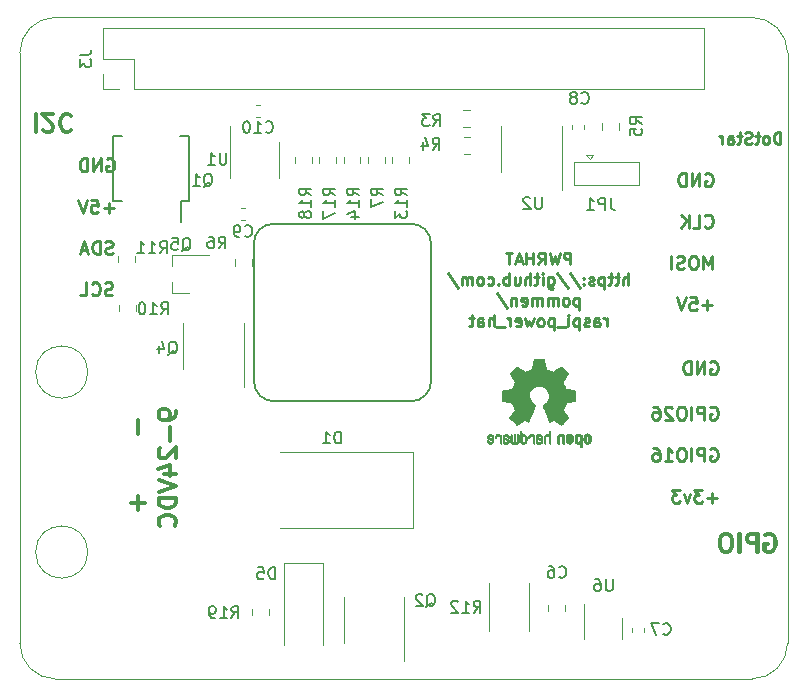
<source format=gbr>
G04 #@! TF.GenerationSoftware,KiCad,Pcbnew,(5.1.2)-1*
G04 #@! TF.CreationDate,2019-08-04T20:48:43+02:00*
G04 #@! TF.ProjectId,SMPS hat,534d5053-2068-4617-942e-6b696361645f,rev?*
G04 #@! TF.SameCoordinates,Original*
G04 #@! TF.FileFunction,Legend,Bot*
G04 #@! TF.FilePolarity,Positive*
%FSLAX46Y46*%
G04 Gerber Fmt 4.6, Leading zero omitted, Abs format (unit mm)*
G04 Created by KiCad (PCBNEW (5.1.2)-1) date 2019-08-04 20:48:43*
%MOMM*%
%LPD*%
G04 APERTURE LIST*
%ADD10C,0.275000*%
%ADD11C,0.250000*%
%ADD12C,0.300000*%
%ADD13C,0.375000*%
%ADD14C,0.150000*%
%ADD15C,0.100000*%
%ADD16C,0.010000*%
%ADD17C,0.120000*%
G04 APERTURE END LIST*
D10*
X86376663Y-84298258D02*
X86219520Y-84350639D01*
X85957616Y-84350639D01*
X85852854Y-84298258D01*
X85800473Y-84245877D01*
X85748092Y-84141115D01*
X85748092Y-84036353D01*
X85800473Y-83931591D01*
X85852854Y-83879210D01*
X85957616Y-83826829D01*
X86167140Y-83774448D01*
X86271901Y-83722067D01*
X86324282Y-83669686D01*
X86376663Y-83564924D01*
X86376663Y-83460162D01*
X86324282Y-83355400D01*
X86271901Y-83303020D01*
X86167140Y-83250639D01*
X85905235Y-83250639D01*
X85748092Y-83303020D01*
X84648092Y-84245877D02*
X84700473Y-84298258D01*
X84857616Y-84350639D01*
X84962378Y-84350639D01*
X85119520Y-84298258D01*
X85224282Y-84193496D01*
X85276663Y-84088734D01*
X85329044Y-83879210D01*
X85329044Y-83722067D01*
X85276663Y-83512543D01*
X85224282Y-83407781D01*
X85119520Y-83303020D01*
X84962378Y-83250639D01*
X84857616Y-83250639D01*
X84700473Y-83303020D01*
X84648092Y-83355400D01*
X83652854Y-84350639D02*
X84176663Y-84350639D01*
X84176663Y-83250639D01*
X86402854Y-80800678D02*
X86245711Y-80853059D01*
X85983806Y-80853059D01*
X85879044Y-80800678D01*
X85826663Y-80748297D01*
X85774282Y-80643535D01*
X85774282Y-80538773D01*
X85826663Y-80434011D01*
X85879044Y-80381630D01*
X85983806Y-80329249D01*
X86193330Y-80276868D01*
X86298092Y-80224487D01*
X86350473Y-80172106D01*
X86402854Y-80067344D01*
X86402854Y-79962582D01*
X86350473Y-79857820D01*
X86298092Y-79805440D01*
X86193330Y-79753059D01*
X85931425Y-79753059D01*
X85774282Y-79805440D01*
X85302854Y-80853059D02*
X85302854Y-79753059D01*
X85040949Y-79753059D01*
X84883806Y-79805440D01*
X84779044Y-79910201D01*
X84726663Y-80014963D01*
X84674282Y-80224487D01*
X84674282Y-80381630D01*
X84726663Y-80591154D01*
X84779044Y-80695916D01*
X84883806Y-80800678D01*
X85040949Y-80853059D01*
X85302854Y-80853059D01*
X84255235Y-80538773D02*
X83731425Y-80538773D01*
X84359997Y-80853059D02*
X83993330Y-79753059D01*
X83626663Y-80853059D01*
X86481425Y-76936431D02*
X85643330Y-76936431D01*
X86062378Y-77355479D02*
X86062378Y-76517383D01*
X84595711Y-76255479D02*
X85119520Y-76255479D01*
X85171901Y-76779288D01*
X85119520Y-76726907D01*
X85014759Y-76674526D01*
X84752854Y-76674526D01*
X84648092Y-76726907D01*
X84595711Y-76779288D01*
X84543330Y-76884050D01*
X84543330Y-77145955D01*
X84595711Y-77250717D01*
X84648092Y-77303098D01*
X84752854Y-77355479D01*
X85014759Y-77355479D01*
X85119520Y-77303098D01*
X85171901Y-77250717D01*
X84229044Y-76255479D02*
X83862378Y-77355479D01*
X83495711Y-76255479D01*
X85905235Y-72810280D02*
X86009997Y-72757899D01*
X86167140Y-72757899D01*
X86324282Y-72810280D01*
X86429044Y-72915041D01*
X86481425Y-73019803D01*
X86533806Y-73229327D01*
X86533806Y-73386470D01*
X86481425Y-73595994D01*
X86429044Y-73700756D01*
X86324282Y-73805518D01*
X86167140Y-73857899D01*
X86062378Y-73857899D01*
X85905235Y-73805518D01*
X85852854Y-73753137D01*
X85852854Y-73386470D01*
X86062378Y-73386470D01*
X85381425Y-73857899D02*
X85381425Y-72757899D01*
X84752854Y-73857899D01*
X84752854Y-72757899D01*
X84229044Y-73857899D02*
X84229044Y-72757899D01*
X83967140Y-72757899D01*
X83809997Y-72810280D01*
X83705235Y-72915041D01*
X83652854Y-73019803D01*
X83600473Y-73229327D01*
X83600473Y-73386470D01*
X83652854Y-73595994D01*
X83705235Y-73700756D01*
X83809997Y-73805518D01*
X83967140Y-73857899D01*
X84229044Y-73857899D01*
X136533474Y-78500397D02*
X136585855Y-78552778D01*
X136742998Y-78605159D01*
X136847760Y-78605159D01*
X137004903Y-78552778D01*
X137109665Y-78448016D01*
X137162046Y-78343254D01*
X137214427Y-78133730D01*
X137214427Y-77976587D01*
X137162046Y-77767063D01*
X137109665Y-77662301D01*
X137004903Y-77557540D01*
X136847760Y-77505159D01*
X136742998Y-77505159D01*
X136585855Y-77557540D01*
X136533474Y-77609920D01*
X135538236Y-78605159D02*
X136062046Y-78605159D01*
X136062046Y-77505159D01*
X135171570Y-78605159D02*
X135171570Y-77505159D01*
X134542998Y-78605159D02*
X135014427Y-77976587D01*
X134542998Y-77505159D02*
X135171570Y-78133730D01*
X137162046Y-82107819D02*
X137162046Y-81007819D01*
X136795379Y-81793533D01*
X136428713Y-81007819D01*
X136428713Y-82107819D01*
X135695379Y-81007819D02*
X135485855Y-81007819D01*
X135381094Y-81060200D01*
X135276332Y-81164961D01*
X135223951Y-81374485D01*
X135223951Y-81741152D01*
X135276332Y-81950676D01*
X135381094Y-82055438D01*
X135485855Y-82107819D01*
X135695379Y-82107819D01*
X135800141Y-82055438D01*
X135904903Y-81950676D01*
X135957284Y-81741152D01*
X135957284Y-81374485D01*
X135904903Y-81164961D01*
X135800141Y-81060200D01*
X135695379Y-81007819D01*
X134804903Y-82055438D02*
X134647760Y-82107819D01*
X134385855Y-82107819D01*
X134281094Y-82055438D01*
X134228713Y-82003057D01*
X134176332Y-81898295D01*
X134176332Y-81793533D01*
X134228713Y-81688771D01*
X134281094Y-81636390D01*
X134385855Y-81584009D01*
X134595379Y-81531628D01*
X134700141Y-81479247D01*
X134752522Y-81426866D01*
X134804903Y-81322104D01*
X134804903Y-81217342D01*
X134752522Y-81112580D01*
X134700141Y-81060200D01*
X134595379Y-81007819D01*
X134333475Y-81007819D01*
X134176332Y-81060200D01*
X133704903Y-82107819D02*
X133704903Y-81007819D01*
X137162045Y-85191431D02*
X136323950Y-85191431D01*
X136742998Y-85610479D02*
X136742998Y-84772383D01*
X135276331Y-84510479D02*
X135800140Y-84510479D01*
X135852521Y-85034288D01*
X135800140Y-84981907D01*
X135695379Y-84929526D01*
X135433474Y-84929526D01*
X135328712Y-84981907D01*
X135276331Y-85034288D01*
X135223950Y-85139050D01*
X135223950Y-85400955D01*
X135276331Y-85505717D01*
X135328712Y-85558098D01*
X135433474Y-85610479D01*
X135695379Y-85610479D01*
X135800140Y-85558098D01*
X135852521Y-85505717D01*
X134909664Y-84510479D02*
X134542998Y-85610479D01*
X134176331Y-84510479D01*
X136585855Y-74054880D02*
X136690617Y-74002499D01*
X136847760Y-74002499D01*
X137004902Y-74054880D01*
X137109664Y-74159641D01*
X137162045Y-74264403D01*
X137214426Y-74473927D01*
X137214426Y-74631070D01*
X137162045Y-74840594D01*
X137109664Y-74945356D01*
X137004902Y-75050118D01*
X136847760Y-75102499D01*
X136742998Y-75102499D01*
X136585855Y-75050118D01*
X136533474Y-74997737D01*
X136533474Y-74631070D01*
X136742998Y-74631070D01*
X136062045Y-75102499D02*
X136062045Y-74002499D01*
X135433474Y-75102499D01*
X135433474Y-74002499D01*
X134909664Y-75102499D02*
X134909664Y-74002499D01*
X134647760Y-74002499D01*
X134490617Y-74054880D01*
X134385855Y-74159641D01*
X134333474Y-74264403D01*
X134281093Y-74473927D01*
X134281093Y-74631070D01*
X134333474Y-74840594D01*
X134385855Y-74945356D01*
X134490617Y-75050118D01*
X134647760Y-75102499D01*
X134909664Y-75102499D01*
D11*
X142937549Y-71519040D02*
X142937549Y-70519040D01*
X142699454Y-70519040D01*
X142556597Y-70566660D01*
X142461359Y-70661898D01*
X142413740Y-70757136D01*
X142366120Y-70947612D01*
X142366120Y-71090469D01*
X142413740Y-71280945D01*
X142461359Y-71376183D01*
X142556597Y-71471421D01*
X142699454Y-71519040D01*
X142937549Y-71519040D01*
X141794692Y-71519040D02*
X141889930Y-71471421D01*
X141937549Y-71423802D01*
X141985168Y-71328564D01*
X141985168Y-71042850D01*
X141937549Y-70947612D01*
X141889930Y-70899993D01*
X141794692Y-70852374D01*
X141651835Y-70852374D01*
X141556597Y-70899993D01*
X141508978Y-70947612D01*
X141461359Y-71042850D01*
X141461359Y-71328564D01*
X141508978Y-71423802D01*
X141556597Y-71471421D01*
X141651835Y-71519040D01*
X141794692Y-71519040D01*
X141175644Y-70852374D02*
X140794692Y-70852374D01*
X141032787Y-70519040D02*
X141032787Y-71376183D01*
X140985168Y-71471421D01*
X140889930Y-71519040D01*
X140794692Y-71519040D01*
X140508978Y-71471421D02*
X140366120Y-71519040D01*
X140128025Y-71519040D01*
X140032787Y-71471421D01*
X139985168Y-71423802D01*
X139937549Y-71328564D01*
X139937549Y-71233326D01*
X139985168Y-71138088D01*
X140032787Y-71090469D01*
X140128025Y-71042850D01*
X140318501Y-70995231D01*
X140413740Y-70947612D01*
X140461359Y-70899993D01*
X140508978Y-70804755D01*
X140508978Y-70709517D01*
X140461359Y-70614279D01*
X140413740Y-70566660D01*
X140318501Y-70519040D01*
X140080406Y-70519040D01*
X139937549Y-70566660D01*
X139651835Y-70852374D02*
X139270882Y-70852374D01*
X139508978Y-70519040D02*
X139508978Y-71376183D01*
X139461359Y-71471421D01*
X139366120Y-71519040D01*
X139270882Y-71519040D01*
X138508978Y-71519040D02*
X138508978Y-70995231D01*
X138556597Y-70899993D01*
X138651835Y-70852374D01*
X138842311Y-70852374D01*
X138937549Y-70899993D01*
X138508978Y-71471421D02*
X138604216Y-71519040D01*
X138842311Y-71519040D01*
X138937549Y-71471421D01*
X138985168Y-71376183D01*
X138985168Y-71280945D01*
X138937549Y-71185707D01*
X138842311Y-71138088D01*
X138604216Y-71138088D01*
X138508978Y-71090469D01*
X138032787Y-71519040D02*
X138032787Y-70852374D01*
X138032787Y-71042850D02*
X137985168Y-70947612D01*
X137937549Y-70899993D01*
X137842311Y-70852374D01*
X137747073Y-70852374D01*
D12*
X141718160Y-104621900D02*
X141861017Y-104550471D01*
X142075302Y-104550471D01*
X142289588Y-104621900D01*
X142432445Y-104764757D01*
X142503874Y-104907614D01*
X142575302Y-105193328D01*
X142575302Y-105407614D01*
X142503874Y-105693328D01*
X142432445Y-105836185D01*
X142289588Y-105979042D01*
X142075302Y-106050471D01*
X141932445Y-106050471D01*
X141718160Y-105979042D01*
X141646731Y-105907614D01*
X141646731Y-105407614D01*
X141932445Y-105407614D01*
X141003874Y-106050471D02*
X141003874Y-104550471D01*
X140432445Y-104550471D01*
X140289588Y-104621900D01*
X140218160Y-104693328D01*
X140146731Y-104836185D01*
X140146731Y-105050471D01*
X140218160Y-105193328D01*
X140289588Y-105264757D01*
X140432445Y-105336185D01*
X141003874Y-105336185D01*
X139503874Y-106050471D02*
X139503874Y-104550471D01*
X138503874Y-104550471D02*
X138218160Y-104550471D01*
X138075302Y-104621900D01*
X137932445Y-104764757D01*
X137861017Y-105050471D01*
X137861017Y-105550471D01*
X137932445Y-105836185D01*
X138075302Y-105979042D01*
X138218160Y-106050471D01*
X138503874Y-106050471D01*
X138646731Y-105979042D01*
X138789588Y-105836185D01*
X138861017Y-105550471D01*
X138861017Y-105050471D01*
X138789588Y-104764757D01*
X138646731Y-104621900D01*
X138503874Y-104550471D01*
D10*
X137016539Y-89988300D02*
X137121301Y-89935919D01*
X137278444Y-89935919D01*
X137435586Y-89988300D01*
X137540348Y-90093061D01*
X137592729Y-90197823D01*
X137645110Y-90407347D01*
X137645110Y-90564490D01*
X137592729Y-90774014D01*
X137540348Y-90878776D01*
X137435586Y-90983538D01*
X137278444Y-91035919D01*
X137173682Y-91035919D01*
X137016539Y-90983538D01*
X136964158Y-90931157D01*
X136964158Y-90564490D01*
X137173682Y-90564490D01*
X136492729Y-91035919D02*
X136492729Y-89935919D01*
X135864158Y-91035919D01*
X135864158Y-89935919D01*
X135340348Y-91035919D02*
X135340348Y-89935919D01*
X135078444Y-89935919D01*
X134921301Y-89988300D01*
X134816539Y-90093061D01*
X134764158Y-90197823D01*
X134711777Y-90407347D01*
X134711777Y-90564490D01*
X134764158Y-90774014D01*
X134816539Y-90878776D01*
X134921301Y-90983538D01*
X135078444Y-91035919D01*
X135340348Y-91035919D01*
X137592730Y-101477911D02*
X136754635Y-101477911D01*
X137173682Y-101896959D02*
X137173682Y-101058863D01*
X136335587Y-100796959D02*
X135654635Y-100796959D01*
X136021301Y-101216006D01*
X135864158Y-101216006D01*
X135759396Y-101268387D01*
X135707016Y-101320768D01*
X135654635Y-101425530D01*
X135654635Y-101687435D01*
X135707016Y-101792197D01*
X135759396Y-101844578D01*
X135864158Y-101896959D01*
X136178444Y-101896959D01*
X136283206Y-101844578D01*
X136335587Y-101792197D01*
X135287968Y-101163625D02*
X135026063Y-101896959D01*
X134764158Y-101163625D01*
X134449873Y-100796959D02*
X133768920Y-100796959D01*
X134135587Y-101216006D01*
X133978444Y-101216006D01*
X133873682Y-101268387D01*
X133821301Y-101320768D01*
X133768920Y-101425530D01*
X133768920Y-101687435D01*
X133821301Y-101792197D01*
X133873682Y-101844578D01*
X133978444Y-101896959D01*
X134292730Y-101896959D01*
X134397492Y-101844578D01*
X134449873Y-101792197D01*
X137016539Y-93821160D02*
X137121300Y-93768779D01*
X137278443Y-93768779D01*
X137435586Y-93821160D01*
X137540348Y-93925921D01*
X137592729Y-94030683D01*
X137645110Y-94240207D01*
X137645110Y-94397350D01*
X137592729Y-94606874D01*
X137540348Y-94711636D01*
X137435586Y-94816398D01*
X137278443Y-94868779D01*
X137173681Y-94868779D01*
X137016539Y-94816398D01*
X136964158Y-94764017D01*
X136964158Y-94397350D01*
X137173681Y-94397350D01*
X136492729Y-94868779D02*
X136492729Y-93768779D01*
X136073681Y-93768779D01*
X135968920Y-93821160D01*
X135916539Y-93873540D01*
X135864158Y-93978302D01*
X135864158Y-94135445D01*
X135916539Y-94240207D01*
X135968920Y-94292588D01*
X136073681Y-94344969D01*
X136492729Y-94344969D01*
X135392729Y-94868779D02*
X135392729Y-93768779D01*
X134659396Y-93768779D02*
X134449872Y-93768779D01*
X134345110Y-93821160D01*
X134240348Y-93925921D01*
X134187967Y-94135445D01*
X134187967Y-94502112D01*
X134240348Y-94711636D01*
X134345110Y-94816398D01*
X134449872Y-94868779D01*
X134659396Y-94868779D01*
X134764158Y-94816398D01*
X134868920Y-94711636D01*
X134921300Y-94502112D01*
X134921300Y-94135445D01*
X134868920Y-93925921D01*
X134764158Y-93821160D01*
X134659396Y-93768779D01*
X133768920Y-93873540D02*
X133716539Y-93821160D01*
X133611777Y-93768779D01*
X133349872Y-93768779D01*
X133245110Y-93821160D01*
X133192729Y-93873540D01*
X133140348Y-93978302D01*
X133140348Y-94083064D01*
X133192729Y-94240207D01*
X133821300Y-94868779D01*
X133140348Y-94868779D01*
X132197491Y-93768779D02*
X132407015Y-93768779D01*
X132511777Y-93821160D01*
X132564158Y-93873540D01*
X132668920Y-94030683D01*
X132721300Y-94240207D01*
X132721300Y-94659255D01*
X132668920Y-94764017D01*
X132616539Y-94816398D01*
X132511777Y-94868779D01*
X132302253Y-94868779D01*
X132197491Y-94816398D01*
X132145110Y-94764017D01*
X132092729Y-94659255D01*
X132092729Y-94397350D01*
X132145110Y-94292588D01*
X132197491Y-94240207D01*
X132302253Y-94187826D01*
X132511777Y-94187826D01*
X132616539Y-94240207D01*
X132668920Y-94292588D01*
X132721300Y-94397350D01*
X137016539Y-97333980D02*
X137121300Y-97281599D01*
X137278443Y-97281599D01*
X137435586Y-97333980D01*
X137540348Y-97438741D01*
X137592729Y-97543503D01*
X137645110Y-97753027D01*
X137645110Y-97910170D01*
X137592729Y-98119694D01*
X137540348Y-98224456D01*
X137435586Y-98329218D01*
X137278443Y-98381599D01*
X137173681Y-98381599D01*
X137016539Y-98329218D01*
X136964158Y-98276837D01*
X136964158Y-97910170D01*
X137173681Y-97910170D01*
X136492729Y-98381599D02*
X136492729Y-97281599D01*
X136073681Y-97281599D01*
X135968920Y-97333980D01*
X135916539Y-97386360D01*
X135864158Y-97491122D01*
X135864158Y-97648265D01*
X135916539Y-97753027D01*
X135968920Y-97805408D01*
X136073681Y-97857789D01*
X136492729Y-97857789D01*
X135392729Y-98381599D02*
X135392729Y-97281599D01*
X134659396Y-97281599D02*
X134449872Y-97281599D01*
X134345110Y-97333980D01*
X134240348Y-97438741D01*
X134187967Y-97648265D01*
X134187967Y-98014932D01*
X134240348Y-98224456D01*
X134345110Y-98329218D01*
X134449872Y-98381599D01*
X134659396Y-98381599D01*
X134764158Y-98329218D01*
X134868920Y-98224456D01*
X134921300Y-98014932D01*
X134921300Y-97648265D01*
X134868920Y-97438741D01*
X134764158Y-97333980D01*
X134659396Y-97281599D01*
X133140348Y-98381599D02*
X133768920Y-98381599D01*
X133454634Y-98381599D02*
X133454634Y-97281599D01*
X133559396Y-97438741D01*
X133664158Y-97543503D01*
X133768920Y-97595884D01*
X132197491Y-97281599D02*
X132407015Y-97281599D01*
X132511777Y-97333980D01*
X132564158Y-97386360D01*
X132668920Y-97543503D01*
X132721300Y-97753027D01*
X132721300Y-98172075D01*
X132668920Y-98276837D01*
X132616539Y-98329218D01*
X132511777Y-98381599D01*
X132302253Y-98381599D01*
X132197491Y-98329218D01*
X132145110Y-98276837D01*
X132092729Y-98172075D01*
X132092729Y-97910170D01*
X132145110Y-97805408D01*
X132197491Y-97753027D01*
X132302253Y-97700646D01*
X132511777Y-97700646D01*
X132616539Y-97753027D01*
X132668920Y-97805408D01*
X132721300Y-97910170D01*
D12*
X141664820Y-104621900D02*
X141807677Y-104550471D01*
X142021962Y-104550471D01*
X142236248Y-104621900D01*
X142379105Y-104764757D01*
X142450534Y-104907614D01*
X142521962Y-105193328D01*
X142521962Y-105407614D01*
X142450534Y-105693328D01*
X142379105Y-105836185D01*
X142236248Y-105979042D01*
X142021962Y-106050471D01*
X141879105Y-106050471D01*
X141664820Y-105979042D01*
X141593391Y-105907614D01*
X141593391Y-105407614D01*
X141879105Y-105407614D01*
X140950534Y-106050471D02*
X140950534Y-104550471D01*
X140379105Y-104550471D01*
X140236248Y-104621900D01*
X140164820Y-104693328D01*
X140093391Y-104836185D01*
X140093391Y-105050471D01*
X140164820Y-105193328D01*
X140236248Y-105264757D01*
X140379105Y-105336185D01*
X140950534Y-105336185D01*
X139450534Y-106050471D02*
X139450534Y-104550471D01*
X138450534Y-104550471D02*
X138164820Y-104550471D01*
X138021962Y-104621900D01*
X137879105Y-104764757D01*
X137807677Y-105050471D01*
X137807677Y-105550471D01*
X137879105Y-105836185D01*
X138021962Y-105979042D01*
X138164820Y-106050471D01*
X138450534Y-106050471D01*
X138593391Y-105979042D01*
X138736248Y-105836185D01*
X138807677Y-105550471D01*
X138807677Y-105050471D01*
X138736248Y-104764757D01*
X138593391Y-104621900D01*
X138450534Y-104550471D01*
X79881754Y-68993628D02*
X79881754Y-70493628D01*
X80524611Y-70350771D02*
X80596040Y-70422200D01*
X80738897Y-70493628D01*
X81096040Y-70493628D01*
X81238897Y-70422200D01*
X81310325Y-70350771D01*
X81381754Y-70207914D01*
X81381754Y-70065057D01*
X81310325Y-69850771D01*
X80453182Y-68993628D01*
X81381754Y-68993628D01*
X82881754Y-69136485D02*
X82810325Y-69065057D01*
X82596040Y-68993628D01*
X82453182Y-68993628D01*
X82238897Y-69065057D01*
X82096040Y-69207914D01*
X82024611Y-69350771D01*
X81953182Y-69636485D01*
X81953182Y-69850771D01*
X82024611Y-70136485D01*
X82096040Y-70279342D01*
X82238897Y-70422200D01*
X82453182Y-70493628D01*
X82596040Y-70493628D01*
X82810325Y-70422200D01*
X82881754Y-70350771D01*
D13*
X88549017Y-102485034D02*
X88549017Y-101342177D01*
X87977588Y-101913605D02*
X89120445Y-101913605D01*
X88549017Y-96056462D02*
X88549017Y-94913605D01*
D12*
X91793451Y-94149825D02*
X91793451Y-94435540D01*
X91722022Y-94578397D01*
X91650594Y-94649825D01*
X91436308Y-94792682D01*
X91150594Y-94864111D01*
X90579165Y-94864111D01*
X90436308Y-94792682D01*
X90364880Y-94721254D01*
X90293451Y-94578397D01*
X90293451Y-94292682D01*
X90364880Y-94149825D01*
X90436308Y-94078397D01*
X90579165Y-94006968D01*
X90936308Y-94006968D01*
X91079165Y-94078397D01*
X91150594Y-94149825D01*
X91222022Y-94292682D01*
X91222022Y-94578397D01*
X91150594Y-94721254D01*
X91079165Y-94792682D01*
X90936308Y-94864111D01*
X91222022Y-95506968D02*
X91222022Y-96649825D01*
X90436308Y-97292682D02*
X90364880Y-97364111D01*
X90293451Y-97506968D01*
X90293451Y-97864111D01*
X90364880Y-98006968D01*
X90436308Y-98078397D01*
X90579165Y-98149825D01*
X90722022Y-98149825D01*
X90936308Y-98078397D01*
X91793451Y-97221254D01*
X91793451Y-98149825D01*
X90793451Y-99435540D02*
X91793451Y-99435540D01*
X90222022Y-99078397D02*
X91293451Y-98721254D01*
X91293451Y-99649825D01*
X90293451Y-100006968D02*
X91793451Y-100506968D01*
X90293451Y-101006968D01*
X91793451Y-101506968D02*
X90293451Y-101506968D01*
X90293451Y-101864111D01*
X90364880Y-102078397D01*
X90507737Y-102221254D01*
X90650594Y-102292682D01*
X90936308Y-102364111D01*
X91150594Y-102364111D01*
X91436308Y-102292682D01*
X91579165Y-102221254D01*
X91722022Y-102078397D01*
X91793451Y-101864111D01*
X91793451Y-101506968D01*
X91650594Y-103864111D02*
X91722022Y-103792682D01*
X91793451Y-103578397D01*
X91793451Y-103435540D01*
X91722022Y-103221254D01*
X91579165Y-103078397D01*
X91436308Y-103006968D01*
X91150594Y-102935540D01*
X90936308Y-102935540D01*
X90650594Y-103006968D01*
X90507737Y-103078397D01*
X90364880Y-103221254D01*
X90293451Y-103435540D01*
X90293451Y-103578397D01*
X90364880Y-103792682D01*
X90436308Y-103864111D01*
D11*
X125158166Y-81723580D02*
X125158166Y-80723580D01*
X124777214Y-80723580D01*
X124681976Y-80771200D01*
X124634357Y-80818819D01*
X124586738Y-80914057D01*
X124586738Y-81056914D01*
X124634357Y-81152152D01*
X124681976Y-81199771D01*
X124777214Y-81247390D01*
X125158166Y-81247390D01*
X124253404Y-80723580D02*
X124015309Y-81723580D01*
X123824833Y-81009295D01*
X123634357Y-81723580D01*
X123396261Y-80723580D01*
X122443880Y-81723580D02*
X122777214Y-81247390D01*
X123015309Y-81723580D02*
X123015309Y-80723580D01*
X122634357Y-80723580D01*
X122539119Y-80771200D01*
X122491500Y-80818819D01*
X122443880Y-80914057D01*
X122443880Y-81056914D01*
X122491500Y-81152152D01*
X122539119Y-81199771D01*
X122634357Y-81247390D01*
X123015309Y-81247390D01*
X122015309Y-81723580D02*
X122015309Y-80723580D01*
X122015309Y-81199771D02*
X121443880Y-81199771D01*
X121443880Y-81723580D02*
X121443880Y-80723580D01*
X121015309Y-81437866D02*
X120539119Y-81437866D01*
X121110547Y-81723580D02*
X120777214Y-80723580D01*
X120443880Y-81723580D01*
X120253404Y-80723580D02*
X119681976Y-80723580D01*
X119967690Y-81723580D02*
X119967690Y-80723580D01*
X130062928Y-83473580D02*
X130062928Y-82473580D01*
X129634357Y-83473580D02*
X129634357Y-82949771D01*
X129681976Y-82854533D01*
X129777214Y-82806914D01*
X129920071Y-82806914D01*
X130015309Y-82854533D01*
X130062928Y-82902152D01*
X129301023Y-82806914D02*
X128920071Y-82806914D01*
X129158166Y-82473580D02*
X129158166Y-83330723D01*
X129110547Y-83425961D01*
X129015309Y-83473580D01*
X128920071Y-83473580D01*
X128729595Y-82806914D02*
X128348642Y-82806914D01*
X128586738Y-82473580D02*
X128586738Y-83330723D01*
X128539119Y-83425961D01*
X128443880Y-83473580D01*
X128348642Y-83473580D01*
X128015309Y-82806914D02*
X128015309Y-83806914D01*
X128015309Y-82854533D02*
X127920071Y-82806914D01*
X127729595Y-82806914D01*
X127634357Y-82854533D01*
X127586738Y-82902152D01*
X127539119Y-82997390D01*
X127539119Y-83283104D01*
X127586738Y-83378342D01*
X127634357Y-83425961D01*
X127729595Y-83473580D01*
X127920071Y-83473580D01*
X128015309Y-83425961D01*
X127158166Y-83425961D02*
X127062928Y-83473580D01*
X126872452Y-83473580D01*
X126777214Y-83425961D01*
X126729595Y-83330723D01*
X126729595Y-83283104D01*
X126777214Y-83187866D01*
X126872452Y-83140247D01*
X127015309Y-83140247D01*
X127110547Y-83092628D01*
X127158166Y-82997390D01*
X127158166Y-82949771D01*
X127110547Y-82854533D01*
X127015309Y-82806914D01*
X126872452Y-82806914D01*
X126777214Y-82854533D01*
X126301023Y-83378342D02*
X126253404Y-83425961D01*
X126301023Y-83473580D01*
X126348642Y-83425961D01*
X126301023Y-83378342D01*
X126301023Y-83473580D01*
X126301023Y-82854533D02*
X126253404Y-82902152D01*
X126301023Y-82949771D01*
X126348642Y-82902152D01*
X126301023Y-82854533D01*
X126301023Y-82949771D01*
X125110547Y-82425961D02*
X125967690Y-83711676D01*
X124062928Y-82425961D02*
X124920071Y-83711676D01*
X123301023Y-82806914D02*
X123301023Y-83616438D01*
X123348642Y-83711676D01*
X123396261Y-83759295D01*
X123491500Y-83806914D01*
X123634357Y-83806914D01*
X123729595Y-83759295D01*
X123301023Y-83425961D02*
X123396261Y-83473580D01*
X123586738Y-83473580D01*
X123681976Y-83425961D01*
X123729595Y-83378342D01*
X123777214Y-83283104D01*
X123777214Y-82997390D01*
X123729595Y-82902152D01*
X123681976Y-82854533D01*
X123586738Y-82806914D01*
X123396261Y-82806914D01*
X123301023Y-82854533D01*
X122824833Y-83473580D02*
X122824833Y-82806914D01*
X122824833Y-82473580D02*
X122872452Y-82521200D01*
X122824833Y-82568819D01*
X122777214Y-82521200D01*
X122824833Y-82473580D01*
X122824833Y-82568819D01*
X122491500Y-82806914D02*
X122110547Y-82806914D01*
X122348642Y-82473580D02*
X122348642Y-83330723D01*
X122301023Y-83425961D01*
X122205785Y-83473580D01*
X122110547Y-83473580D01*
X121777214Y-83473580D02*
X121777214Y-82473580D01*
X121348642Y-83473580D02*
X121348642Y-82949771D01*
X121396261Y-82854533D01*
X121491500Y-82806914D01*
X121634357Y-82806914D01*
X121729595Y-82854533D01*
X121777214Y-82902152D01*
X120443880Y-82806914D02*
X120443880Y-83473580D01*
X120872452Y-82806914D02*
X120872452Y-83330723D01*
X120824833Y-83425961D01*
X120729595Y-83473580D01*
X120586738Y-83473580D01*
X120491500Y-83425961D01*
X120443880Y-83378342D01*
X119967690Y-83473580D02*
X119967690Y-82473580D01*
X119967690Y-82854533D02*
X119872452Y-82806914D01*
X119681976Y-82806914D01*
X119586738Y-82854533D01*
X119539119Y-82902152D01*
X119491500Y-82997390D01*
X119491500Y-83283104D01*
X119539119Y-83378342D01*
X119586738Y-83425961D01*
X119681976Y-83473580D01*
X119872452Y-83473580D01*
X119967690Y-83425961D01*
X119062928Y-83378342D02*
X119015309Y-83425961D01*
X119062928Y-83473580D01*
X119110547Y-83425961D01*
X119062928Y-83378342D01*
X119062928Y-83473580D01*
X118158166Y-83425961D02*
X118253404Y-83473580D01*
X118443880Y-83473580D01*
X118539119Y-83425961D01*
X118586738Y-83378342D01*
X118634357Y-83283104D01*
X118634357Y-82997390D01*
X118586738Y-82902152D01*
X118539119Y-82854533D01*
X118443880Y-82806914D01*
X118253404Y-82806914D01*
X118158166Y-82854533D01*
X117586738Y-83473580D02*
X117681976Y-83425961D01*
X117729595Y-83378342D01*
X117777214Y-83283104D01*
X117777214Y-82997390D01*
X117729595Y-82902152D01*
X117681976Y-82854533D01*
X117586738Y-82806914D01*
X117443880Y-82806914D01*
X117348642Y-82854533D01*
X117301023Y-82902152D01*
X117253404Y-82997390D01*
X117253404Y-83283104D01*
X117301023Y-83378342D01*
X117348642Y-83425961D01*
X117443880Y-83473580D01*
X117586738Y-83473580D01*
X116824833Y-83473580D02*
X116824833Y-82806914D01*
X116824833Y-82902152D02*
X116777214Y-82854533D01*
X116681976Y-82806914D01*
X116539119Y-82806914D01*
X116443880Y-82854533D01*
X116396261Y-82949771D01*
X116396261Y-83473580D01*
X116396261Y-82949771D02*
X116348642Y-82854533D01*
X116253404Y-82806914D01*
X116110547Y-82806914D01*
X116015309Y-82854533D01*
X115967690Y-82949771D01*
X115967690Y-83473580D01*
X114777214Y-82425961D02*
X115634357Y-83711676D01*
X125896261Y-84556914D02*
X125896261Y-85556914D01*
X125896261Y-84604533D02*
X125801023Y-84556914D01*
X125610547Y-84556914D01*
X125515309Y-84604533D01*
X125467690Y-84652152D01*
X125420071Y-84747390D01*
X125420071Y-85033104D01*
X125467690Y-85128342D01*
X125515309Y-85175961D01*
X125610547Y-85223580D01*
X125801023Y-85223580D01*
X125896261Y-85175961D01*
X124848642Y-85223580D02*
X124943880Y-85175961D01*
X124991500Y-85128342D01*
X125039119Y-85033104D01*
X125039119Y-84747390D01*
X124991500Y-84652152D01*
X124943880Y-84604533D01*
X124848642Y-84556914D01*
X124705785Y-84556914D01*
X124610547Y-84604533D01*
X124562928Y-84652152D01*
X124515309Y-84747390D01*
X124515309Y-85033104D01*
X124562928Y-85128342D01*
X124610547Y-85175961D01*
X124705785Y-85223580D01*
X124848642Y-85223580D01*
X124086738Y-85223580D02*
X124086738Y-84556914D01*
X124086738Y-84652152D02*
X124039119Y-84604533D01*
X123943880Y-84556914D01*
X123801023Y-84556914D01*
X123705785Y-84604533D01*
X123658166Y-84699771D01*
X123658166Y-85223580D01*
X123658166Y-84699771D02*
X123610547Y-84604533D01*
X123515309Y-84556914D01*
X123372452Y-84556914D01*
X123277214Y-84604533D01*
X123229595Y-84699771D01*
X123229595Y-85223580D01*
X122753404Y-85223580D02*
X122753404Y-84556914D01*
X122753404Y-84652152D02*
X122705785Y-84604533D01*
X122610547Y-84556914D01*
X122467690Y-84556914D01*
X122372452Y-84604533D01*
X122324833Y-84699771D01*
X122324833Y-85223580D01*
X122324833Y-84699771D02*
X122277214Y-84604533D01*
X122181976Y-84556914D01*
X122039119Y-84556914D01*
X121943880Y-84604533D01*
X121896261Y-84699771D01*
X121896261Y-85223580D01*
X121039119Y-85175961D02*
X121134357Y-85223580D01*
X121324833Y-85223580D01*
X121420071Y-85175961D01*
X121467690Y-85080723D01*
X121467690Y-84699771D01*
X121420071Y-84604533D01*
X121324833Y-84556914D01*
X121134357Y-84556914D01*
X121039119Y-84604533D01*
X120991500Y-84699771D01*
X120991500Y-84795009D01*
X121467690Y-84890247D01*
X120562928Y-84556914D02*
X120562928Y-85223580D01*
X120562928Y-84652152D02*
X120515309Y-84604533D01*
X120420071Y-84556914D01*
X120277214Y-84556914D01*
X120181976Y-84604533D01*
X120134357Y-84699771D01*
X120134357Y-85223580D01*
X118943880Y-84175961D02*
X119801023Y-85461676D01*
X128229595Y-86973580D02*
X128229595Y-86306914D01*
X128229595Y-86497390D02*
X128181976Y-86402152D01*
X128134357Y-86354533D01*
X128039119Y-86306914D01*
X127943880Y-86306914D01*
X127181976Y-86973580D02*
X127181976Y-86449771D01*
X127229595Y-86354533D01*
X127324833Y-86306914D01*
X127515309Y-86306914D01*
X127610547Y-86354533D01*
X127181976Y-86925961D02*
X127277214Y-86973580D01*
X127515309Y-86973580D01*
X127610547Y-86925961D01*
X127658166Y-86830723D01*
X127658166Y-86735485D01*
X127610547Y-86640247D01*
X127515309Y-86592628D01*
X127277214Y-86592628D01*
X127181976Y-86545009D01*
X126753404Y-86925961D02*
X126658166Y-86973580D01*
X126467690Y-86973580D01*
X126372452Y-86925961D01*
X126324833Y-86830723D01*
X126324833Y-86783104D01*
X126372452Y-86687866D01*
X126467690Y-86640247D01*
X126610547Y-86640247D01*
X126705785Y-86592628D01*
X126753404Y-86497390D01*
X126753404Y-86449771D01*
X126705785Y-86354533D01*
X126610547Y-86306914D01*
X126467690Y-86306914D01*
X126372452Y-86354533D01*
X125896261Y-86306914D02*
X125896261Y-87306914D01*
X125896261Y-86354533D02*
X125801023Y-86306914D01*
X125610547Y-86306914D01*
X125515309Y-86354533D01*
X125467690Y-86402152D01*
X125420071Y-86497390D01*
X125420071Y-86783104D01*
X125467690Y-86878342D01*
X125515309Y-86925961D01*
X125610547Y-86973580D01*
X125801023Y-86973580D01*
X125896261Y-86925961D01*
X124991500Y-86973580D02*
X124991500Y-86306914D01*
X124991500Y-85973580D02*
X125039119Y-86021200D01*
X124991500Y-86068819D01*
X124943880Y-86021200D01*
X124991500Y-85973580D01*
X124991500Y-86068819D01*
X124753404Y-87068819D02*
X123991500Y-87068819D01*
X123753404Y-86306914D02*
X123753404Y-87306914D01*
X123753404Y-86354533D02*
X123658166Y-86306914D01*
X123467690Y-86306914D01*
X123372452Y-86354533D01*
X123324833Y-86402152D01*
X123277214Y-86497390D01*
X123277214Y-86783104D01*
X123324833Y-86878342D01*
X123372452Y-86925961D01*
X123467690Y-86973580D01*
X123658166Y-86973580D01*
X123753404Y-86925961D01*
X122705785Y-86973580D02*
X122801023Y-86925961D01*
X122848642Y-86878342D01*
X122896261Y-86783104D01*
X122896261Y-86497390D01*
X122848642Y-86402152D01*
X122801023Y-86354533D01*
X122705785Y-86306914D01*
X122562928Y-86306914D01*
X122467690Y-86354533D01*
X122420071Y-86402152D01*
X122372452Y-86497390D01*
X122372452Y-86783104D01*
X122420071Y-86878342D01*
X122467690Y-86925961D01*
X122562928Y-86973580D01*
X122705785Y-86973580D01*
X122039119Y-86306914D02*
X121848642Y-86973580D01*
X121658166Y-86497390D01*
X121467690Y-86973580D01*
X121277214Y-86306914D01*
X120515309Y-86925961D02*
X120610547Y-86973580D01*
X120801023Y-86973580D01*
X120896261Y-86925961D01*
X120943880Y-86830723D01*
X120943880Y-86449771D01*
X120896261Y-86354533D01*
X120801023Y-86306914D01*
X120610547Y-86306914D01*
X120515309Y-86354533D01*
X120467690Y-86449771D01*
X120467690Y-86545009D01*
X120943880Y-86640247D01*
X120039119Y-86973580D02*
X120039119Y-86306914D01*
X120039119Y-86497390D02*
X119991500Y-86402152D01*
X119943880Y-86354533D01*
X119848642Y-86306914D01*
X119753404Y-86306914D01*
X119658166Y-87068819D02*
X118896261Y-87068819D01*
X118658166Y-86973580D02*
X118658166Y-85973580D01*
X118229595Y-86973580D02*
X118229595Y-86449771D01*
X118277214Y-86354533D01*
X118372452Y-86306914D01*
X118515309Y-86306914D01*
X118610547Y-86354533D01*
X118658166Y-86402152D01*
X117324833Y-86973580D02*
X117324833Y-86449771D01*
X117372452Y-86354533D01*
X117467690Y-86306914D01*
X117658166Y-86306914D01*
X117753404Y-86354533D01*
X117324833Y-86925961D02*
X117420071Y-86973580D01*
X117658166Y-86973580D01*
X117753404Y-86925961D01*
X117801023Y-86830723D01*
X117801023Y-86735485D01*
X117753404Y-86640247D01*
X117658166Y-86592628D01*
X117420071Y-86592628D01*
X117324833Y-86545009D01*
X116991500Y-86306914D02*
X116610547Y-86306914D01*
X116848642Y-85973580D02*
X116848642Y-86830723D01*
X116801023Y-86925961D01*
X116705785Y-86973580D01*
X116610547Y-86973580D01*
D14*
X100101383Y-93318831D02*
G75*
G02X98374200Y-91643200I-50783J1675631D01*
G01*
X113359431Y-91592417D02*
G75*
G02X111683800Y-93319600I-1675631J-50783D01*
G01*
X111633017Y-78283569D02*
G75*
G02X113360200Y-79959200I50783J-1675631D01*
G01*
X98349569Y-80009983D02*
G75*
G02X100025200Y-78282800I1675631J50783D01*
G01*
X98374200Y-91643200D02*
X98349569Y-80009983D01*
X111683800Y-93319600D02*
X100101383Y-93318831D01*
X113360200Y-79959200D02*
X113359431Y-91592417D01*
X100025200Y-78282800D02*
X111633017Y-78283569D01*
D15*
X78546357Y-63830200D02*
X78546356Y-113817611D01*
X78546357Y-63830200D02*
G75*
G02X81534000Y-60817611I2999999J12589D01*
G01*
X140546356Y-60817611D02*
X81534000Y-60817611D01*
X140546356Y-60817611D02*
G75*
G02X143546356Y-63817611I0J-3000000D01*
G01*
X143546351Y-113822847D02*
X143546356Y-63817611D01*
X81546356Y-116817611D02*
G75*
G02X78546356Y-113817611I0J3000000D01*
G01*
X81546356Y-116817611D02*
X140546356Y-116817611D01*
X143546351Y-113822847D02*
G75*
G02X140546356Y-116817611I-2999995J5236D01*
G01*
D16*
G36*
X122351622Y-89762316D02*
G01*
X122245888Y-89762895D01*
X122169368Y-89764462D01*
X122117128Y-89767512D01*
X122084237Y-89772536D01*
X122065763Y-89780029D01*
X122056773Y-89790484D01*
X122052337Y-89804393D01*
X122051906Y-89806194D01*
X122045167Y-89838685D01*
X122032692Y-89902792D01*
X122015781Y-89991691D01*
X121995729Y-90098559D01*
X121973836Y-90216573D01*
X121973071Y-90220718D01*
X121951141Y-90336371D01*
X121930623Y-90438554D01*
X121912841Y-90521138D01*
X121899119Y-90577996D01*
X121890782Y-90602998D01*
X121890384Y-90603441D01*
X121865823Y-90615650D01*
X121815185Y-90635996D01*
X121749405Y-90660085D01*
X121749039Y-90660214D01*
X121666183Y-90691358D01*
X121568500Y-90731031D01*
X121476423Y-90770921D01*
X121472066Y-90772893D01*
X121322093Y-90840960D01*
X120990002Y-90614179D01*
X120888126Y-90545044D01*
X120795843Y-90483237D01*
X120718497Y-90432273D01*
X120661436Y-90395667D01*
X120630005Y-90376934D01*
X120627021Y-90375544D01*
X120604179Y-90381730D01*
X120561518Y-90411575D01*
X120497372Y-90466487D01*
X120410079Y-90547874D01*
X120320965Y-90634462D01*
X120235059Y-90719787D01*
X120158173Y-90797648D01*
X120094936Y-90863237D01*
X120049977Y-90911745D01*
X120027924Y-90938365D01*
X120027104Y-90939735D01*
X120024666Y-90958003D01*
X120033850Y-90987835D01*
X120056926Y-91033261D01*
X120096163Y-91098310D01*
X120153830Y-91187010D01*
X120230705Y-91301197D01*
X120298930Y-91401702D01*
X120359918Y-91491843D01*
X120410144Y-91566389D01*
X120446084Y-91620105D01*
X120464213Y-91647758D01*
X120465354Y-91649635D01*
X120463141Y-91676130D01*
X120446362Y-91727626D01*
X120418358Y-91794391D01*
X120408378Y-91815712D01*
X120364828Y-91910699D01*
X120318366Y-92018477D01*
X120280623Y-92111732D01*
X120253427Y-92180946D01*
X120231825Y-92233546D01*
X120219342Y-92261037D01*
X120217791Y-92263156D01*
X120194832Y-92266664D01*
X120140714Y-92276278D01*
X120062632Y-92290629D01*
X119967781Y-92308347D01*
X119863357Y-92328065D01*
X119756556Y-92348414D01*
X119654574Y-92368026D01*
X119564606Y-92385531D01*
X119493847Y-92399562D01*
X119449494Y-92408749D01*
X119438615Y-92411347D01*
X119427378Y-92417758D01*
X119418895Y-92432237D01*
X119412786Y-92459673D01*
X119408668Y-92504951D01*
X119406159Y-92572960D01*
X119404879Y-92668587D01*
X119404446Y-92796720D01*
X119404423Y-92849241D01*
X119404423Y-93276385D01*
X119507000Y-93296631D01*
X119564069Y-93307610D01*
X119649231Y-93323635D01*
X119752128Y-93342773D01*
X119862404Y-93363091D01*
X119892885Y-93368672D01*
X119994645Y-93388457D01*
X120083295Y-93407913D01*
X120151392Y-93425237D01*
X120191496Y-93438628D01*
X120198177Y-93442619D01*
X120214581Y-93470882D01*
X120238101Y-93525649D01*
X120264184Y-93596128D01*
X120269358Y-93611309D01*
X120303544Y-93705436D01*
X120345977Y-93811641D01*
X120387503Y-93907013D01*
X120387708Y-93907456D01*
X120456860Y-94057065D01*
X120001988Y-94726157D01*
X120294000Y-95018656D01*
X120382320Y-95105710D01*
X120462875Y-95182449D01*
X120531140Y-95244777D01*
X120582592Y-95288596D01*
X120612706Y-95309810D01*
X120617026Y-95311156D01*
X120642389Y-95300556D01*
X120694142Y-95271087D01*
X120766632Y-95226245D01*
X120854206Y-95169524D01*
X120948888Y-95106002D01*
X121044984Y-95041208D01*
X121130663Y-94984827D01*
X121200484Y-94940328D01*
X121249006Y-94911179D01*
X121270718Y-94900848D01*
X121297207Y-94909590D01*
X121347438Y-94932627D01*
X121411049Y-94965171D01*
X121417792Y-94968789D01*
X121503454Y-95011750D01*
X121562194Y-95032819D01*
X121598728Y-95033043D01*
X121617769Y-95013468D01*
X121617880Y-95013194D01*
X121627398Y-94990012D01*
X121650097Y-94934981D01*
X121684218Y-94852362D01*
X121728000Y-94746412D01*
X121779684Y-94621392D01*
X121837508Y-94481560D01*
X121893509Y-94346177D01*
X121955053Y-94196774D01*
X122011561Y-94058372D01*
X122061339Y-93935213D01*
X122102694Y-93831542D01*
X122133932Y-93751599D01*
X122153359Y-93699628D01*
X122159346Y-93680232D01*
X122144332Y-93657983D01*
X122105061Y-93622522D01*
X122052693Y-93583427D01*
X121903559Y-93459785D01*
X121786989Y-93318062D01*
X121704382Y-93161244D01*
X121657134Y-92992315D01*
X121646643Y-92814262D01*
X121654269Y-92732079D01*
X121695818Y-92561571D01*
X121767377Y-92410999D01*
X121864505Y-92281849D01*
X121982766Y-92175604D01*
X122117720Y-92093750D01*
X122264929Y-92037772D01*
X122419956Y-92009155D01*
X122578361Y-92009384D01*
X122735706Y-92039945D01*
X122887554Y-92102322D01*
X123029465Y-92198000D01*
X123088697Y-92252112D01*
X123202297Y-92391060D01*
X123281394Y-92542901D01*
X123326514Y-92703207D01*
X123338184Y-92867552D01*
X123316931Y-93031511D01*
X123263280Y-93190658D01*
X123177760Y-93340565D01*
X123060895Y-93476807D01*
X122930307Y-93583427D01*
X122875912Y-93624182D01*
X122837486Y-93659258D01*
X122823654Y-93680266D01*
X122830897Y-93703175D01*
X122851495Y-93757905D01*
X122883754Y-93840212D01*
X122925979Y-93945855D01*
X122976477Y-94070590D01*
X123033552Y-94210176D01*
X123089646Y-94346210D01*
X123151533Y-94495741D01*
X123208856Y-94634307D01*
X123259856Y-94757647D01*
X123302773Y-94861504D01*
X123335847Y-94941620D01*
X123357319Y-94993735D01*
X123365275Y-95013194D01*
X123384071Y-95032963D01*
X123420426Y-95032905D01*
X123479021Y-95011981D01*
X123564532Y-94969153D01*
X123565208Y-94968789D01*
X123629593Y-94935552D01*
X123681639Y-94911342D01*
X123710988Y-94900944D01*
X123712283Y-94900848D01*
X123734376Y-94911395D01*
X123783152Y-94940724D01*
X123853169Y-94985367D01*
X123938986Y-95041854D01*
X124034112Y-95106002D01*
X124130960Y-95170951D01*
X124218247Y-95227436D01*
X124290319Y-95271961D01*
X124341523Y-95301030D01*
X124365974Y-95311156D01*
X124388490Y-95297847D01*
X124433758Y-95260652D01*
X124497256Y-95203668D01*
X124574461Y-95130989D01*
X124660849Y-95046711D01*
X124689101Y-95018556D01*
X124981213Y-94725956D01*
X124758869Y-94399644D01*
X124691298Y-94299437D01*
X124631993Y-94209503D01*
X124584283Y-94135050D01*
X124551493Y-94081291D01*
X124536952Y-94053434D01*
X124536526Y-94051452D01*
X124544192Y-94025195D01*
X124564811Y-93972377D01*
X124594815Y-93901850D01*
X124615875Y-93854633D01*
X124655252Y-93764234D01*
X124692335Y-93672906D01*
X124721085Y-93595740D01*
X124728895Y-93572232D01*
X124751083Y-93509456D01*
X124772773Y-93460951D01*
X124784687Y-93442619D01*
X124810977Y-93431399D01*
X124868358Y-93415494D01*
X124949382Y-93396707D01*
X125046605Y-93376839D01*
X125090115Y-93368672D01*
X125200604Y-93348369D01*
X125306584Y-93328710D01*
X125397699Y-93311628D01*
X125463592Y-93299058D01*
X125476000Y-93296631D01*
X125578577Y-93276385D01*
X125578577Y-92849241D01*
X125578347Y-92708786D01*
X125577401Y-92602519D01*
X125575359Y-92525553D01*
X125571838Y-92473000D01*
X125566457Y-92439973D01*
X125558834Y-92421585D01*
X125548588Y-92412948D01*
X125544385Y-92411347D01*
X125519030Y-92405667D01*
X125463016Y-92394335D01*
X125383536Y-92378719D01*
X125287788Y-92360187D01*
X125182967Y-92340109D01*
X125076268Y-92319852D01*
X124974887Y-92300786D01*
X124886021Y-92284279D01*
X124816863Y-92271699D01*
X124774611Y-92264415D01*
X124765210Y-92263156D01*
X124756693Y-92246303D01*
X124737840Y-92201410D01*
X124712176Y-92136970D01*
X124702377Y-92111732D01*
X124662852Y-92014226D01*
X124616308Y-91906499D01*
X124574623Y-91815712D01*
X124543950Y-91746293D01*
X124523544Y-91689250D01*
X124516732Y-91654317D01*
X124517818Y-91649635D01*
X124532215Y-91627531D01*
X124565088Y-91578371D01*
X124612910Y-91507388D01*
X124672152Y-91419818D01*
X124739285Y-91320897D01*
X124752559Y-91301370D01*
X124830454Y-91185680D01*
X124887713Y-91097584D01*
X124926619Y-91033026D01*
X124949456Y-90987951D01*
X124958506Y-90958303D01*
X124956052Y-90940025D01*
X124955989Y-90939909D01*
X124936673Y-90915901D01*
X124893949Y-90869487D01*
X124832449Y-90805477D01*
X124756802Y-90728685D01*
X124671639Y-90643922D01*
X124662035Y-90634462D01*
X124554710Y-90530529D01*
X124471885Y-90454215D01*
X124411895Y-90404111D01*
X124373077Y-90378810D01*
X124355980Y-90375544D01*
X124331027Y-90389790D01*
X124279245Y-90422696D01*
X124205980Y-90470748D01*
X124116580Y-90530430D01*
X124016389Y-90598228D01*
X123992999Y-90614179D01*
X123660907Y-90840960D01*
X123510935Y-90772893D01*
X123419730Y-90733225D01*
X123321831Y-90693331D01*
X123237669Y-90661523D01*
X123233962Y-90660214D01*
X123168131Y-90636116D01*
X123117384Y-90615740D01*
X123092658Y-90603476D01*
X123092616Y-90603441D01*
X123084771Y-90581274D01*
X123071434Y-90526757D01*
X123053930Y-90446020D01*
X123033583Y-90345190D01*
X123011718Y-90230396D01*
X123009929Y-90220718D01*
X122987996Y-90102444D01*
X122967860Y-89995082D01*
X122950820Y-89905457D01*
X122938172Y-89840391D01*
X122931216Y-89806708D01*
X122931094Y-89806194D01*
X122926861Y-89791865D01*
X122918629Y-89781047D01*
X122901467Y-89773246D01*
X122870442Y-89767969D01*
X122820622Y-89764722D01*
X122747076Y-89763012D01*
X122644871Y-89762347D01*
X122509075Y-89762233D01*
X122491500Y-89762232D01*
X122351622Y-89762316D01*
X122351622Y-89762316D01*
G37*
X122351622Y-89762316D02*
X122245888Y-89762895D01*
X122169368Y-89764462D01*
X122117128Y-89767512D01*
X122084237Y-89772536D01*
X122065763Y-89780029D01*
X122056773Y-89790484D01*
X122052337Y-89804393D01*
X122051906Y-89806194D01*
X122045167Y-89838685D01*
X122032692Y-89902792D01*
X122015781Y-89991691D01*
X121995729Y-90098559D01*
X121973836Y-90216573D01*
X121973071Y-90220718D01*
X121951141Y-90336371D01*
X121930623Y-90438554D01*
X121912841Y-90521138D01*
X121899119Y-90577996D01*
X121890782Y-90602998D01*
X121890384Y-90603441D01*
X121865823Y-90615650D01*
X121815185Y-90635996D01*
X121749405Y-90660085D01*
X121749039Y-90660214D01*
X121666183Y-90691358D01*
X121568500Y-90731031D01*
X121476423Y-90770921D01*
X121472066Y-90772893D01*
X121322093Y-90840960D01*
X120990002Y-90614179D01*
X120888126Y-90545044D01*
X120795843Y-90483237D01*
X120718497Y-90432273D01*
X120661436Y-90395667D01*
X120630005Y-90376934D01*
X120627021Y-90375544D01*
X120604179Y-90381730D01*
X120561518Y-90411575D01*
X120497372Y-90466487D01*
X120410079Y-90547874D01*
X120320965Y-90634462D01*
X120235059Y-90719787D01*
X120158173Y-90797648D01*
X120094936Y-90863237D01*
X120049977Y-90911745D01*
X120027924Y-90938365D01*
X120027104Y-90939735D01*
X120024666Y-90958003D01*
X120033850Y-90987835D01*
X120056926Y-91033261D01*
X120096163Y-91098310D01*
X120153830Y-91187010D01*
X120230705Y-91301197D01*
X120298930Y-91401702D01*
X120359918Y-91491843D01*
X120410144Y-91566389D01*
X120446084Y-91620105D01*
X120464213Y-91647758D01*
X120465354Y-91649635D01*
X120463141Y-91676130D01*
X120446362Y-91727626D01*
X120418358Y-91794391D01*
X120408378Y-91815712D01*
X120364828Y-91910699D01*
X120318366Y-92018477D01*
X120280623Y-92111732D01*
X120253427Y-92180946D01*
X120231825Y-92233546D01*
X120219342Y-92261037D01*
X120217791Y-92263156D01*
X120194832Y-92266664D01*
X120140714Y-92276278D01*
X120062632Y-92290629D01*
X119967781Y-92308347D01*
X119863357Y-92328065D01*
X119756556Y-92348414D01*
X119654574Y-92368026D01*
X119564606Y-92385531D01*
X119493847Y-92399562D01*
X119449494Y-92408749D01*
X119438615Y-92411347D01*
X119427378Y-92417758D01*
X119418895Y-92432237D01*
X119412786Y-92459673D01*
X119408668Y-92504951D01*
X119406159Y-92572960D01*
X119404879Y-92668587D01*
X119404446Y-92796720D01*
X119404423Y-92849241D01*
X119404423Y-93276385D01*
X119507000Y-93296631D01*
X119564069Y-93307610D01*
X119649231Y-93323635D01*
X119752128Y-93342773D01*
X119862404Y-93363091D01*
X119892885Y-93368672D01*
X119994645Y-93388457D01*
X120083295Y-93407913D01*
X120151392Y-93425237D01*
X120191496Y-93438628D01*
X120198177Y-93442619D01*
X120214581Y-93470882D01*
X120238101Y-93525649D01*
X120264184Y-93596128D01*
X120269358Y-93611309D01*
X120303544Y-93705436D01*
X120345977Y-93811641D01*
X120387503Y-93907013D01*
X120387708Y-93907456D01*
X120456860Y-94057065D01*
X120001988Y-94726157D01*
X120294000Y-95018656D01*
X120382320Y-95105710D01*
X120462875Y-95182449D01*
X120531140Y-95244777D01*
X120582592Y-95288596D01*
X120612706Y-95309810D01*
X120617026Y-95311156D01*
X120642389Y-95300556D01*
X120694142Y-95271087D01*
X120766632Y-95226245D01*
X120854206Y-95169524D01*
X120948888Y-95106002D01*
X121044984Y-95041208D01*
X121130663Y-94984827D01*
X121200484Y-94940328D01*
X121249006Y-94911179D01*
X121270718Y-94900848D01*
X121297207Y-94909590D01*
X121347438Y-94932627D01*
X121411049Y-94965171D01*
X121417792Y-94968789D01*
X121503454Y-95011750D01*
X121562194Y-95032819D01*
X121598728Y-95033043D01*
X121617769Y-95013468D01*
X121617880Y-95013194D01*
X121627398Y-94990012D01*
X121650097Y-94934981D01*
X121684218Y-94852362D01*
X121728000Y-94746412D01*
X121779684Y-94621392D01*
X121837508Y-94481560D01*
X121893509Y-94346177D01*
X121955053Y-94196774D01*
X122011561Y-94058372D01*
X122061339Y-93935213D01*
X122102694Y-93831542D01*
X122133932Y-93751599D01*
X122153359Y-93699628D01*
X122159346Y-93680232D01*
X122144332Y-93657983D01*
X122105061Y-93622522D01*
X122052693Y-93583427D01*
X121903559Y-93459785D01*
X121786989Y-93318062D01*
X121704382Y-93161244D01*
X121657134Y-92992315D01*
X121646643Y-92814262D01*
X121654269Y-92732079D01*
X121695818Y-92561571D01*
X121767377Y-92410999D01*
X121864505Y-92281849D01*
X121982766Y-92175604D01*
X122117720Y-92093750D01*
X122264929Y-92037772D01*
X122419956Y-92009155D01*
X122578361Y-92009384D01*
X122735706Y-92039945D01*
X122887554Y-92102322D01*
X123029465Y-92198000D01*
X123088697Y-92252112D01*
X123202297Y-92391060D01*
X123281394Y-92542901D01*
X123326514Y-92703207D01*
X123338184Y-92867552D01*
X123316931Y-93031511D01*
X123263280Y-93190658D01*
X123177760Y-93340565D01*
X123060895Y-93476807D01*
X122930307Y-93583427D01*
X122875912Y-93624182D01*
X122837486Y-93659258D01*
X122823654Y-93680266D01*
X122830897Y-93703175D01*
X122851495Y-93757905D01*
X122883754Y-93840212D01*
X122925979Y-93945855D01*
X122976477Y-94070590D01*
X123033552Y-94210176D01*
X123089646Y-94346210D01*
X123151533Y-94495741D01*
X123208856Y-94634307D01*
X123259856Y-94757647D01*
X123302773Y-94861504D01*
X123335847Y-94941620D01*
X123357319Y-94993735D01*
X123365275Y-95013194D01*
X123384071Y-95032963D01*
X123420426Y-95032905D01*
X123479021Y-95011981D01*
X123564532Y-94969153D01*
X123565208Y-94968789D01*
X123629593Y-94935552D01*
X123681639Y-94911342D01*
X123710988Y-94900944D01*
X123712283Y-94900848D01*
X123734376Y-94911395D01*
X123783152Y-94940724D01*
X123853169Y-94985367D01*
X123938986Y-95041854D01*
X124034112Y-95106002D01*
X124130960Y-95170951D01*
X124218247Y-95227436D01*
X124290319Y-95271961D01*
X124341523Y-95301030D01*
X124365974Y-95311156D01*
X124388490Y-95297847D01*
X124433758Y-95260652D01*
X124497256Y-95203668D01*
X124574461Y-95130989D01*
X124660849Y-95046711D01*
X124689101Y-95018556D01*
X124981213Y-94725956D01*
X124758869Y-94399644D01*
X124691298Y-94299437D01*
X124631993Y-94209503D01*
X124584283Y-94135050D01*
X124551493Y-94081291D01*
X124536952Y-94053434D01*
X124536526Y-94051452D01*
X124544192Y-94025195D01*
X124564811Y-93972377D01*
X124594815Y-93901850D01*
X124615875Y-93854633D01*
X124655252Y-93764234D01*
X124692335Y-93672906D01*
X124721085Y-93595740D01*
X124728895Y-93572232D01*
X124751083Y-93509456D01*
X124772773Y-93460951D01*
X124784687Y-93442619D01*
X124810977Y-93431399D01*
X124868358Y-93415494D01*
X124949382Y-93396707D01*
X125046605Y-93376839D01*
X125090115Y-93368672D01*
X125200604Y-93348369D01*
X125306584Y-93328710D01*
X125397699Y-93311628D01*
X125463592Y-93299058D01*
X125476000Y-93296631D01*
X125578577Y-93276385D01*
X125578577Y-92849241D01*
X125578347Y-92708786D01*
X125577401Y-92602519D01*
X125575359Y-92525553D01*
X125571838Y-92473000D01*
X125566457Y-92439973D01*
X125558834Y-92421585D01*
X125548588Y-92412948D01*
X125544385Y-92411347D01*
X125519030Y-92405667D01*
X125463016Y-92394335D01*
X125383536Y-92378719D01*
X125287788Y-92360187D01*
X125182967Y-92340109D01*
X125076268Y-92319852D01*
X124974887Y-92300786D01*
X124886021Y-92284279D01*
X124816863Y-92271699D01*
X124774611Y-92264415D01*
X124765210Y-92263156D01*
X124756693Y-92246303D01*
X124737840Y-92201410D01*
X124712176Y-92136970D01*
X124702377Y-92111732D01*
X124662852Y-92014226D01*
X124616308Y-91906499D01*
X124574623Y-91815712D01*
X124543950Y-91746293D01*
X124523544Y-91689250D01*
X124516732Y-91654317D01*
X124517818Y-91649635D01*
X124532215Y-91627531D01*
X124565088Y-91578371D01*
X124612910Y-91507388D01*
X124672152Y-91419818D01*
X124739285Y-91320897D01*
X124752559Y-91301370D01*
X124830454Y-91185680D01*
X124887713Y-91097584D01*
X124926619Y-91033026D01*
X124949456Y-90987951D01*
X124958506Y-90958303D01*
X124956052Y-90940025D01*
X124955989Y-90939909D01*
X124936673Y-90915901D01*
X124893949Y-90869487D01*
X124832449Y-90805477D01*
X124756802Y-90728685D01*
X124671639Y-90643922D01*
X124662035Y-90634462D01*
X124554710Y-90530529D01*
X124471885Y-90454215D01*
X124411895Y-90404111D01*
X124373077Y-90378810D01*
X124355980Y-90375544D01*
X124331027Y-90389790D01*
X124279245Y-90422696D01*
X124205980Y-90470748D01*
X124116580Y-90530430D01*
X124016389Y-90598228D01*
X123992999Y-90614179D01*
X123660907Y-90840960D01*
X123510935Y-90772893D01*
X123419730Y-90733225D01*
X123321831Y-90693331D01*
X123237669Y-90661523D01*
X123233962Y-90660214D01*
X123168131Y-90636116D01*
X123117384Y-90615740D01*
X123092658Y-90603476D01*
X123092616Y-90603441D01*
X123084771Y-90581274D01*
X123071434Y-90526757D01*
X123053930Y-90446020D01*
X123033583Y-90345190D01*
X123011718Y-90230396D01*
X123009929Y-90220718D01*
X122987996Y-90102444D01*
X122967860Y-89995082D01*
X122950820Y-89905457D01*
X122938172Y-89840391D01*
X122931216Y-89806708D01*
X122931094Y-89806194D01*
X122926861Y-89791865D01*
X122918629Y-89781047D01*
X122901467Y-89773246D01*
X122870442Y-89767969D01*
X122820622Y-89764722D01*
X122747076Y-89763012D01*
X122644871Y-89762347D01*
X122509075Y-89762233D01*
X122491500Y-89762232D01*
X122351622Y-89762316D01*
G36*
X118246276Y-96122378D02*
G01*
X118168972Y-96172901D01*
X118131686Y-96218130D01*
X118102147Y-96300203D01*
X118099801Y-96365147D01*
X118105115Y-96451985D01*
X118305385Y-96539643D01*
X118402761Y-96584427D01*
X118466387Y-96620453D01*
X118499471Y-96651657D01*
X118505220Y-96681976D01*
X118486842Y-96715345D01*
X118466577Y-96737463D01*
X118407611Y-96772933D01*
X118343476Y-96775419D01*
X118284574Y-96747775D01*
X118241303Y-96692860D01*
X118233564Y-96673468D01*
X118196494Y-96612904D01*
X118153846Y-96587092D01*
X118095346Y-96565011D01*
X118095346Y-96648724D01*
X118100518Y-96705690D01*
X118120777Y-96753729D01*
X118163238Y-96808886D01*
X118169549Y-96816054D01*
X118216780Y-96865125D01*
X118257379Y-96891460D01*
X118308172Y-96903575D01*
X118350280Y-96907543D01*
X118425598Y-96908531D01*
X118479214Y-96896006D01*
X118512662Y-96877409D01*
X118565232Y-96836515D01*
X118601621Y-96792288D01*
X118624650Y-96736666D01*
X118637141Y-96661587D01*
X118641913Y-96558989D01*
X118642294Y-96506916D01*
X118640999Y-96444488D01*
X118523029Y-96444488D01*
X118521661Y-96477978D01*
X118518251Y-96483463D01*
X118495747Y-96476012D01*
X118447318Y-96456293D01*
X118382592Y-96428258D01*
X118369057Y-96422232D01*
X118287256Y-96380636D01*
X118242188Y-96344078D01*
X118232283Y-96309836D01*
X118255974Y-96275188D01*
X118275540Y-96259879D01*
X118346140Y-96229261D01*
X118412220Y-96234320D01*
X118467541Y-96271691D01*
X118505864Y-96338013D01*
X118518151Y-96390656D01*
X118523029Y-96444488D01*
X118640999Y-96444488D01*
X118639770Y-96385260D01*
X118630468Y-96295250D01*
X118612040Y-96229707D01*
X118582140Y-96181452D01*
X118538420Y-96143307D01*
X118519359Y-96130980D01*
X118432774Y-96098876D01*
X118337978Y-96096856D01*
X118246276Y-96122378D01*
X118246276Y-96122378D01*
G37*
X118246276Y-96122378D02*
X118168972Y-96172901D01*
X118131686Y-96218130D01*
X118102147Y-96300203D01*
X118099801Y-96365147D01*
X118105115Y-96451985D01*
X118305385Y-96539643D01*
X118402761Y-96584427D01*
X118466387Y-96620453D01*
X118499471Y-96651657D01*
X118505220Y-96681976D01*
X118486842Y-96715345D01*
X118466577Y-96737463D01*
X118407611Y-96772933D01*
X118343476Y-96775419D01*
X118284574Y-96747775D01*
X118241303Y-96692860D01*
X118233564Y-96673468D01*
X118196494Y-96612904D01*
X118153846Y-96587092D01*
X118095346Y-96565011D01*
X118095346Y-96648724D01*
X118100518Y-96705690D01*
X118120777Y-96753729D01*
X118163238Y-96808886D01*
X118169549Y-96816054D01*
X118216780Y-96865125D01*
X118257379Y-96891460D01*
X118308172Y-96903575D01*
X118350280Y-96907543D01*
X118425598Y-96908531D01*
X118479214Y-96896006D01*
X118512662Y-96877409D01*
X118565232Y-96836515D01*
X118601621Y-96792288D01*
X118624650Y-96736666D01*
X118637141Y-96661587D01*
X118641913Y-96558989D01*
X118642294Y-96506916D01*
X118640999Y-96444488D01*
X118523029Y-96444488D01*
X118521661Y-96477978D01*
X118518251Y-96483463D01*
X118495747Y-96476012D01*
X118447318Y-96456293D01*
X118382592Y-96428258D01*
X118369057Y-96422232D01*
X118287256Y-96380636D01*
X118242188Y-96344078D01*
X118232283Y-96309836D01*
X118255974Y-96275188D01*
X118275540Y-96259879D01*
X118346140Y-96229261D01*
X118412220Y-96234320D01*
X118467541Y-96271691D01*
X118505864Y-96338013D01*
X118518151Y-96390656D01*
X118523029Y-96444488D01*
X118640999Y-96444488D01*
X118639770Y-96385260D01*
X118630468Y-96295250D01*
X118612040Y-96229707D01*
X118582140Y-96181452D01*
X118538420Y-96143307D01*
X118519359Y-96130980D01*
X118432774Y-96098876D01*
X118337978Y-96096856D01*
X118246276Y-96122378D01*
G36*
X118920693Y-96111322D02*
G01*
X118897339Y-96121528D01*
X118841598Y-96165674D01*
X118793931Y-96229507D01*
X118764452Y-96297627D01*
X118759654Y-96331210D01*
X118775740Y-96378096D01*
X118811025Y-96402905D01*
X118848856Y-96417927D01*
X118866179Y-96420695D01*
X118874614Y-96400606D01*
X118891270Y-96356891D01*
X118898577Y-96337138D01*
X118939552Y-96268811D01*
X118998878Y-96234731D01*
X119074948Y-96235779D01*
X119080582Y-96237121D01*
X119121195Y-96256376D01*
X119151052Y-96293915D01*
X119171445Y-96354349D01*
X119183664Y-96442291D01*
X119189000Y-96562353D01*
X119189500Y-96626238D01*
X119189748Y-96726943D01*
X119191374Y-96795594D01*
X119195699Y-96839213D01*
X119204046Y-96864822D01*
X119217735Y-96879443D01*
X119238089Y-96890098D01*
X119239266Y-96890635D01*
X119278462Y-96907207D01*
X119297881Y-96913309D01*
X119300865Y-96894859D01*
X119303419Y-96843863D01*
X119305360Y-96766848D01*
X119306503Y-96670345D01*
X119306731Y-96599724D01*
X119305568Y-96463065D01*
X119301021Y-96359391D01*
X119291501Y-96282648D01*
X119275419Y-96226786D01*
X119251187Y-96185752D01*
X119217214Y-96153494D01*
X119183667Y-96130980D01*
X119103001Y-96101016D01*
X119009119Y-96094258D01*
X118920693Y-96111322D01*
X118920693Y-96111322D01*
G37*
X118920693Y-96111322D02*
X118897339Y-96121528D01*
X118841598Y-96165674D01*
X118793931Y-96229507D01*
X118764452Y-96297627D01*
X118759654Y-96331210D01*
X118775740Y-96378096D01*
X118811025Y-96402905D01*
X118848856Y-96417927D01*
X118866179Y-96420695D01*
X118874614Y-96400606D01*
X118891270Y-96356891D01*
X118898577Y-96337138D01*
X118939552Y-96268811D01*
X118998878Y-96234731D01*
X119074948Y-96235779D01*
X119080582Y-96237121D01*
X119121195Y-96256376D01*
X119151052Y-96293915D01*
X119171445Y-96354349D01*
X119183664Y-96442291D01*
X119189000Y-96562353D01*
X119189500Y-96626238D01*
X119189748Y-96726943D01*
X119191374Y-96795594D01*
X119195699Y-96839213D01*
X119204046Y-96864822D01*
X119217735Y-96879443D01*
X119238089Y-96890098D01*
X119239266Y-96890635D01*
X119278462Y-96907207D01*
X119297881Y-96913309D01*
X119300865Y-96894859D01*
X119303419Y-96843863D01*
X119305360Y-96766848D01*
X119306503Y-96670345D01*
X119306731Y-96599724D01*
X119305568Y-96463065D01*
X119301021Y-96359391D01*
X119291501Y-96282648D01*
X119275419Y-96226786D01*
X119251187Y-96185752D01*
X119217214Y-96153494D01*
X119183667Y-96130980D01*
X119103001Y-96101016D01*
X119009119Y-96094258D01*
X118920693Y-96111322D01*
G36*
X119604167Y-96108068D02*
G01*
X119547910Y-96133657D01*
X119503753Y-96164664D01*
X119471399Y-96199335D01*
X119449062Y-96244060D01*
X119434954Y-96305232D01*
X119427289Y-96389241D01*
X119424280Y-96502480D01*
X119423962Y-96577049D01*
X119423962Y-96867960D01*
X119473727Y-96890635D01*
X119512924Y-96907207D01*
X119532343Y-96913309D01*
X119536058Y-96895150D01*
X119539005Y-96846188D01*
X119540809Y-96774693D01*
X119541192Y-96717925D01*
X119542839Y-96635911D01*
X119547278Y-96570849D01*
X119553760Y-96531007D01*
X119558910Y-96522540D01*
X119593523Y-96531186D01*
X119647860Y-96553363D01*
X119710778Y-96583426D01*
X119771132Y-96615732D01*
X119817779Y-96644638D01*
X119839574Y-96664501D01*
X119839661Y-96664715D01*
X119837786Y-96701475D01*
X119820975Y-96736566D01*
X119791461Y-96765068D01*
X119748384Y-96774601D01*
X119711568Y-96773490D01*
X119659426Y-96772673D01*
X119632056Y-96784889D01*
X119615618Y-96817164D01*
X119613545Y-96823250D01*
X119606419Y-96869279D01*
X119625476Y-96897227D01*
X119675147Y-96910547D01*
X119728803Y-96913010D01*
X119825358Y-96894750D01*
X119875341Y-96868671D01*
X119937071Y-96807408D01*
X119969810Y-96732210D01*
X119972747Y-96652751D01*
X119945076Y-96578707D01*
X119903453Y-96532309D01*
X119861896Y-96506333D01*
X119796578Y-96473447D01*
X119720462Y-96440097D01*
X119707774Y-96435001D01*
X119624167Y-96398105D01*
X119575970Y-96365586D01*
X119560470Y-96333258D01*
X119574950Y-96296934D01*
X119599808Y-96268540D01*
X119658561Y-96233579D01*
X119723207Y-96230957D01*
X119782492Y-96257898D01*
X119825161Y-96311628D01*
X119830761Y-96325490D01*
X119863367Y-96376476D01*
X119910970Y-96414327D01*
X119971039Y-96445390D01*
X119971039Y-96357308D01*
X119967503Y-96303491D01*
X119952344Y-96261074D01*
X119918732Y-96215819D01*
X119886465Y-96180960D01*
X119836291Y-96131602D01*
X119797307Y-96105087D01*
X119755436Y-96094451D01*
X119708040Y-96092694D01*
X119604167Y-96108068D01*
X119604167Y-96108068D01*
G37*
X119604167Y-96108068D02*
X119547910Y-96133657D01*
X119503753Y-96164664D01*
X119471399Y-96199335D01*
X119449062Y-96244060D01*
X119434954Y-96305232D01*
X119427289Y-96389241D01*
X119424280Y-96502480D01*
X119423962Y-96577049D01*
X119423962Y-96867960D01*
X119473727Y-96890635D01*
X119512924Y-96907207D01*
X119532343Y-96913309D01*
X119536058Y-96895150D01*
X119539005Y-96846188D01*
X119540809Y-96774693D01*
X119541192Y-96717925D01*
X119542839Y-96635911D01*
X119547278Y-96570849D01*
X119553760Y-96531007D01*
X119558910Y-96522540D01*
X119593523Y-96531186D01*
X119647860Y-96553363D01*
X119710778Y-96583426D01*
X119771132Y-96615732D01*
X119817779Y-96644638D01*
X119839574Y-96664501D01*
X119839661Y-96664715D01*
X119837786Y-96701475D01*
X119820975Y-96736566D01*
X119791461Y-96765068D01*
X119748384Y-96774601D01*
X119711568Y-96773490D01*
X119659426Y-96772673D01*
X119632056Y-96784889D01*
X119615618Y-96817164D01*
X119613545Y-96823250D01*
X119606419Y-96869279D01*
X119625476Y-96897227D01*
X119675147Y-96910547D01*
X119728803Y-96913010D01*
X119825358Y-96894750D01*
X119875341Y-96868671D01*
X119937071Y-96807408D01*
X119969810Y-96732210D01*
X119972747Y-96652751D01*
X119945076Y-96578707D01*
X119903453Y-96532309D01*
X119861896Y-96506333D01*
X119796578Y-96473447D01*
X119720462Y-96440097D01*
X119707774Y-96435001D01*
X119624167Y-96398105D01*
X119575970Y-96365586D01*
X119560470Y-96333258D01*
X119574950Y-96296934D01*
X119599808Y-96268540D01*
X119658561Y-96233579D01*
X119723207Y-96230957D01*
X119782492Y-96257898D01*
X119825161Y-96311628D01*
X119830761Y-96325490D01*
X119863367Y-96376476D01*
X119910970Y-96414327D01*
X119971039Y-96445390D01*
X119971039Y-96357308D01*
X119967503Y-96303491D01*
X119952344Y-96261074D01*
X119918732Y-96215819D01*
X119886465Y-96180960D01*
X119836291Y-96131602D01*
X119797307Y-96105087D01*
X119755436Y-96094451D01*
X119708040Y-96092694D01*
X119604167Y-96108068D01*
G36*
X120095571Y-96111202D02*
G01*
X120092589Y-96162608D01*
X120090253Y-96240732D01*
X120088751Y-96339397D01*
X120088269Y-96442883D01*
X120088269Y-96793073D01*
X120150099Y-96854903D01*
X120192707Y-96893002D01*
X120230110Y-96908435D01*
X120281230Y-96907458D01*
X120301522Y-96904973D01*
X120364946Y-96897740D01*
X120417405Y-96893595D01*
X120430192Y-96893212D01*
X120473301Y-96895716D01*
X120534956Y-96902002D01*
X120558862Y-96904973D01*
X120617578Y-96909568D01*
X120657036Y-96899586D01*
X120696162Y-96868768D01*
X120710285Y-96854903D01*
X120772115Y-96793073D01*
X120772115Y-96138043D01*
X120722350Y-96115369D01*
X120679498Y-96098574D01*
X120654427Y-96092694D01*
X120647999Y-96111276D01*
X120641991Y-96163195D01*
X120636803Y-96242712D01*
X120632836Y-96344086D01*
X120630923Y-96429732D01*
X120625577Y-96766771D01*
X120578940Y-96773365D01*
X120536524Y-96768754D01*
X120515740Y-96753827D01*
X120509930Y-96725917D01*
X120504970Y-96666465D01*
X120501254Y-96583006D01*
X120499176Y-96483072D01*
X120498876Y-96431644D01*
X120498577Y-96135594D01*
X120437046Y-96114144D01*
X120393496Y-96099560D01*
X120369806Y-96092759D01*
X120369123Y-96092694D01*
X120366746Y-96111182D01*
X120364134Y-96162446D01*
X120361505Y-96240189D01*
X120359079Y-96338114D01*
X120357385Y-96429732D01*
X120352039Y-96766771D01*
X120234808Y-96766771D01*
X120229428Y-96459286D01*
X120224049Y-96151801D01*
X120166899Y-96122247D01*
X120124703Y-96101953D01*
X120099730Y-96092744D01*
X120099009Y-96092694D01*
X120095571Y-96111202D01*
X120095571Y-96111202D01*
G37*
X120095571Y-96111202D02*
X120092589Y-96162608D01*
X120090253Y-96240732D01*
X120088751Y-96339397D01*
X120088269Y-96442883D01*
X120088269Y-96793073D01*
X120150099Y-96854903D01*
X120192707Y-96893002D01*
X120230110Y-96908435D01*
X120281230Y-96907458D01*
X120301522Y-96904973D01*
X120364946Y-96897740D01*
X120417405Y-96893595D01*
X120430192Y-96893212D01*
X120473301Y-96895716D01*
X120534956Y-96902002D01*
X120558862Y-96904973D01*
X120617578Y-96909568D01*
X120657036Y-96899586D01*
X120696162Y-96868768D01*
X120710285Y-96854903D01*
X120772115Y-96793073D01*
X120772115Y-96138043D01*
X120722350Y-96115369D01*
X120679498Y-96098574D01*
X120654427Y-96092694D01*
X120647999Y-96111276D01*
X120641991Y-96163195D01*
X120636803Y-96242712D01*
X120632836Y-96344086D01*
X120630923Y-96429732D01*
X120625577Y-96766771D01*
X120578940Y-96773365D01*
X120536524Y-96768754D01*
X120515740Y-96753827D01*
X120509930Y-96725917D01*
X120504970Y-96666465D01*
X120501254Y-96583006D01*
X120499176Y-96483072D01*
X120498876Y-96431644D01*
X120498577Y-96135594D01*
X120437046Y-96114144D01*
X120393496Y-96099560D01*
X120369806Y-96092759D01*
X120369123Y-96092694D01*
X120366746Y-96111182D01*
X120364134Y-96162446D01*
X120361505Y-96240189D01*
X120359079Y-96338114D01*
X120357385Y-96429732D01*
X120352039Y-96766771D01*
X120234808Y-96766771D01*
X120229428Y-96459286D01*
X120224049Y-96151801D01*
X120166899Y-96122247D01*
X120124703Y-96101953D01*
X120099730Y-96092744D01*
X120099009Y-96092694D01*
X120095571Y-96111202D01*
G36*
X120889419Y-96254829D02*
G01*
X120889667Y-96400860D01*
X120890628Y-96513195D01*
X120892706Y-96597218D01*
X120896307Y-96658309D01*
X120901835Y-96701849D01*
X120909696Y-96733219D01*
X120920293Y-96757802D01*
X120928318Y-96771834D01*
X120994772Y-96847928D01*
X121079030Y-96895624D01*
X121172251Y-96912739D01*
X121265600Y-96897086D01*
X121321188Y-96868958D01*
X121379543Y-96820300D01*
X121419314Y-96760873D01*
X121443310Y-96683047D01*
X121454339Y-96579192D01*
X121455901Y-96503002D01*
X121455691Y-96497526D01*
X121319192Y-96497526D01*
X121318359Y-96584895D01*
X121314539Y-96642732D01*
X121305754Y-96680569D01*
X121290026Y-96707938D01*
X121271234Y-96728582D01*
X121208125Y-96768430D01*
X121140363Y-96771835D01*
X121076321Y-96738565D01*
X121071336Y-96734057D01*
X121050061Y-96710607D01*
X121036721Y-96682706D01*
X121029499Y-96641181D01*
X121026577Y-96576856D01*
X121026115Y-96505740D01*
X121027117Y-96416398D01*
X121031262Y-96356798D01*
X121040264Y-96317629D01*
X121055833Y-96289580D01*
X121068598Y-96274684D01*
X121127900Y-96237115D01*
X121196199Y-96232597D01*
X121261390Y-96261293D01*
X121273972Y-96271946D01*
X121295389Y-96295603D01*
X121308756Y-96323791D01*
X121315934Y-96365785D01*
X121318781Y-96430859D01*
X121319192Y-96497526D01*
X121455691Y-96497526D01*
X121451178Y-96380305D01*
X121435138Y-96288117D01*
X121404972Y-96218809D01*
X121357871Y-96164751D01*
X121321188Y-96137045D01*
X121254510Y-96107112D01*
X121177228Y-96093218D01*
X121105390Y-96096937D01*
X121065192Y-96111940D01*
X121049418Y-96116210D01*
X121038950Y-96100290D01*
X121031644Y-96057629D01*
X121026115Y-95992646D01*
X121020063Y-95920272D01*
X121011656Y-95876727D01*
X120996359Y-95851827D01*
X120969636Y-95835385D01*
X120952846Y-95828104D01*
X120889346Y-95801503D01*
X120889419Y-96254829D01*
X120889419Y-96254829D01*
G37*
X120889419Y-96254829D02*
X120889667Y-96400860D01*
X120890628Y-96513195D01*
X120892706Y-96597218D01*
X120896307Y-96658309D01*
X120901835Y-96701849D01*
X120909696Y-96733219D01*
X120920293Y-96757802D01*
X120928318Y-96771834D01*
X120994772Y-96847928D01*
X121079030Y-96895624D01*
X121172251Y-96912739D01*
X121265600Y-96897086D01*
X121321188Y-96868958D01*
X121379543Y-96820300D01*
X121419314Y-96760873D01*
X121443310Y-96683047D01*
X121454339Y-96579192D01*
X121455901Y-96503002D01*
X121455691Y-96497526D01*
X121319192Y-96497526D01*
X121318359Y-96584895D01*
X121314539Y-96642732D01*
X121305754Y-96680569D01*
X121290026Y-96707938D01*
X121271234Y-96728582D01*
X121208125Y-96768430D01*
X121140363Y-96771835D01*
X121076321Y-96738565D01*
X121071336Y-96734057D01*
X121050061Y-96710607D01*
X121036721Y-96682706D01*
X121029499Y-96641181D01*
X121026577Y-96576856D01*
X121026115Y-96505740D01*
X121027117Y-96416398D01*
X121031262Y-96356798D01*
X121040264Y-96317629D01*
X121055833Y-96289580D01*
X121068598Y-96274684D01*
X121127900Y-96237115D01*
X121196199Y-96232597D01*
X121261390Y-96261293D01*
X121273972Y-96271946D01*
X121295389Y-96295603D01*
X121308756Y-96323791D01*
X121315934Y-96365785D01*
X121318781Y-96430859D01*
X121319192Y-96497526D01*
X121455691Y-96497526D01*
X121451178Y-96380305D01*
X121435138Y-96288117D01*
X121404972Y-96218809D01*
X121357871Y-96164751D01*
X121321188Y-96137045D01*
X121254510Y-96107112D01*
X121177228Y-96093218D01*
X121105390Y-96096937D01*
X121065192Y-96111940D01*
X121049418Y-96116210D01*
X121038950Y-96100290D01*
X121031644Y-96057629D01*
X121026115Y-95992646D01*
X121020063Y-95920272D01*
X121011656Y-95876727D01*
X120996359Y-95851827D01*
X120969636Y-95835385D01*
X120952846Y-95828104D01*
X120889346Y-95801503D01*
X120889419Y-96254829D01*
G36*
X121778138Y-96099210D02*
G01*
X121689383Y-96131961D01*
X121617478Y-96189890D01*
X121589356Y-96230668D01*
X121558698Y-96305494D01*
X121559335Y-96359598D01*
X121591513Y-96395986D01*
X121603419Y-96402173D01*
X121654825Y-96421465D01*
X121681078Y-96416522D01*
X121689970Y-96384127D01*
X121690423Y-96366232D01*
X121706703Y-96300399D01*
X121749135Y-96254347D01*
X121808112Y-96232104D01*
X121874025Y-96237701D01*
X121927605Y-96266769D01*
X121945702Y-96283350D01*
X121958529Y-96303465D01*
X121967194Y-96333872D01*
X121972804Y-96381328D01*
X121976465Y-96452590D01*
X121979285Y-96554415D01*
X121980016Y-96586655D01*
X121982680Y-96696950D01*
X121985708Y-96774576D01*
X121990250Y-96825936D01*
X121997454Y-96857430D01*
X122008467Y-96875460D01*
X122024440Y-96886428D01*
X122034666Y-96891273D01*
X122078094Y-96907841D01*
X122103658Y-96913309D01*
X122112105Y-96895047D01*
X122117261Y-96839836D01*
X122119154Y-96747039D01*
X122117811Y-96616018D01*
X122117393Y-96595809D01*
X122114442Y-96476273D01*
X122110952Y-96388989D01*
X122105986Y-96327131D01*
X122098607Y-96283876D01*
X122087876Y-96252400D01*
X122072855Y-96225879D01*
X122064998Y-96214515D01*
X122019947Y-96164232D01*
X121969560Y-96125121D01*
X121963392Y-96121707D01*
X121873042Y-96094752D01*
X121778138Y-96099210D01*
X121778138Y-96099210D01*
G37*
X121778138Y-96099210D02*
X121689383Y-96131961D01*
X121617478Y-96189890D01*
X121589356Y-96230668D01*
X121558698Y-96305494D01*
X121559335Y-96359598D01*
X121591513Y-96395986D01*
X121603419Y-96402173D01*
X121654825Y-96421465D01*
X121681078Y-96416522D01*
X121689970Y-96384127D01*
X121690423Y-96366232D01*
X121706703Y-96300399D01*
X121749135Y-96254347D01*
X121808112Y-96232104D01*
X121874025Y-96237701D01*
X121927605Y-96266769D01*
X121945702Y-96283350D01*
X121958529Y-96303465D01*
X121967194Y-96333872D01*
X121972804Y-96381328D01*
X121976465Y-96452590D01*
X121979285Y-96554415D01*
X121980016Y-96586655D01*
X121982680Y-96696950D01*
X121985708Y-96774576D01*
X121990250Y-96825936D01*
X121997454Y-96857430D01*
X122008467Y-96875460D01*
X122024440Y-96886428D01*
X122034666Y-96891273D01*
X122078094Y-96907841D01*
X122103658Y-96913309D01*
X122112105Y-96895047D01*
X122117261Y-96839836D01*
X122119154Y-96747039D01*
X122117811Y-96616018D01*
X122117393Y-96595809D01*
X122114442Y-96476273D01*
X122110952Y-96388989D01*
X122105986Y-96327131D01*
X122098607Y-96283876D01*
X122087876Y-96252400D01*
X122072855Y-96225879D01*
X122064998Y-96214515D01*
X122019947Y-96164232D01*
X121969560Y-96125121D01*
X121963392Y-96121707D01*
X121873042Y-96094752D01*
X121778138Y-96099210D01*
G36*
X122437999Y-96100843D02*
G01*
X122361440Y-96129273D01*
X122360564Y-96129819D01*
X122313215Y-96164667D01*
X122278259Y-96205392D01*
X122253675Y-96258465D01*
X122237438Y-96330354D01*
X122227525Y-96427532D01*
X122221914Y-96556468D01*
X122221423Y-96574838D01*
X122214359Y-96851827D01*
X122273805Y-96882568D01*
X122316819Y-96903342D01*
X122342790Y-96913186D01*
X122343991Y-96913309D01*
X122348486Y-96895146D01*
X122352056Y-96846152D01*
X122354252Y-96774571D01*
X122354731Y-96716608D01*
X122354742Y-96622710D01*
X122359034Y-96563743D01*
X122373997Y-96535619D01*
X122406018Y-96534246D01*
X122461486Y-96555538D01*
X122545231Y-96594676D01*
X122606811Y-96627183D01*
X122638483Y-96655385D01*
X122647794Y-96686122D01*
X122647808Y-96687644D01*
X122632443Y-96740594D01*
X122586953Y-96769200D01*
X122517334Y-96773343D01*
X122467187Y-96772624D01*
X122440746Y-96787067D01*
X122424257Y-96821758D01*
X122414767Y-96865956D01*
X122428443Y-96891033D01*
X122433593Y-96894622D01*
X122482075Y-96909036D01*
X122549969Y-96911077D01*
X122619888Y-96901523D01*
X122669432Y-96884062D01*
X122737930Y-96825904D01*
X122776866Y-96744948D01*
X122784577Y-96681700D01*
X122778693Y-96624651D01*
X122757399Y-96578082D01*
X122715235Y-96536721D01*
X122646741Y-96495295D01*
X122546456Y-96448533D01*
X122540346Y-96445890D01*
X122450010Y-96404157D01*
X122394265Y-96369931D01*
X122370371Y-96339175D01*
X122375587Y-96307851D01*
X122407172Y-96271923D01*
X122416617Y-96263656D01*
X122479883Y-96231598D01*
X122545436Y-96232947D01*
X122602528Y-96264378D01*
X122640407Y-96322564D01*
X122643926Y-96333986D01*
X122678200Y-96389377D01*
X122721691Y-96416058D01*
X122784577Y-96442500D01*
X122784577Y-96374088D01*
X122765448Y-96274650D01*
X122708669Y-96183442D01*
X122679122Y-96152929D01*
X122611958Y-96113768D01*
X122526544Y-96096040D01*
X122437999Y-96100843D01*
X122437999Y-96100843D01*
G37*
X122437999Y-96100843D02*
X122361440Y-96129273D01*
X122360564Y-96129819D01*
X122313215Y-96164667D01*
X122278259Y-96205392D01*
X122253675Y-96258465D01*
X122237438Y-96330354D01*
X122227525Y-96427532D01*
X122221914Y-96556468D01*
X122221423Y-96574838D01*
X122214359Y-96851827D01*
X122273805Y-96882568D01*
X122316819Y-96903342D01*
X122342790Y-96913186D01*
X122343991Y-96913309D01*
X122348486Y-96895146D01*
X122352056Y-96846152D01*
X122354252Y-96774571D01*
X122354731Y-96716608D01*
X122354742Y-96622710D01*
X122359034Y-96563743D01*
X122373997Y-96535619D01*
X122406018Y-96534246D01*
X122461486Y-96555538D01*
X122545231Y-96594676D01*
X122606811Y-96627183D01*
X122638483Y-96655385D01*
X122647794Y-96686122D01*
X122647808Y-96687644D01*
X122632443Y-96740594D01*
X122586953Y-96769200D01*
X122517334Y-96773343D01*
X122467187Y-96772624D01*
X122440746Y-96787067D01*
X122424257Y-96821758D01*
X122414767Y-96865956D01*
X122428443Y-96891033D01*
X122433593Y-96894622D01*
X122482075Y-96909036D01*
X122549969Y-96911077D01*
X122619888Y-96901523D01*
X122669432Y-96884062D01*
X122737930Y-96825904D01*
X122776866Y-96744948D01*
X122784577Y-96681700D01*
X122778693Y-96624651D01*
X122757399Y-96578082D01*
X122715235Y-96536721D01*
X122646741Y-96495295D01*
X122546456Y-96448533D01*
X122540346Y-96445890D01*
X122450010Y-96404157D01*
X122394265Y-96369931D01*
X122370371Y-96339175D01*
X122375587Y-96307851D01*
X122407172Y-96271923D01*
X122416617Y-96263656D01*
X122479883Y-96231598D01*
X122545436Y-96232947D01*
X122602528Y-96264378D01*
X122640407Y-96322564D01*
X122643926Y-96333986D01*
X122678200Y-96389377D01*
X122721691Y-96416058D01*
X122784577Y-96442500D01*
X122784577Y-96374088D01*
X122765448Y-96274650D01*
X122708669Y-96183442D01*
X122679122Y-96152929D01*
X122611958Y-96113768D01*
X122526544Y-96096040D01*
X122437999Y-96100843D01*
G36*
X123331654Y-95966660D02*
G01*
X123325928Y-96046520D01*
X123319351Y-96093579D01*
X123310238Y-96114106D01*
X123296902Y-96114369D01*
X123292577Y-96111918D01*
X123235056Y-96094176D01*
X123160232Y-96095212D01*
X123084161Y-96113450D01*
X123036582Y-96137045D01*
X122987798Y-96174738D01*
X122952136Y-96217395D01*
X122927655Y-96271597D01*
X122912413Y-96343924D01*
X122904470Y-96440959D01*
X122901884Y-96569282D01*
X122901838Y-96593898D01*
X122901808Y-96870410D01*
X122963339Y-96891860D01*
X123007041Y-96906452D01*
X123031018Y-96913246D01*
X123031723Y-96913309D01*
X123034085Y-96894885D01*
X123036094Y-96844066D01*
X123037599Y-96767533D01*
X123038447Y-96671970D01*
X123038577Y-96613869D01*
X123038849Y-96499311D01*
X123040248Y-96417207D01*
X123043651Y-96360933D01*
X123049933Y-96323866D01*
X123059971Y-96299384D01*
X123074639Y-96280865D01*
X123083798Y-96271946D01*
X123146711Y-96236006D01*
X123215364Y-96233315D01*
X123277652Y-96263710D01*
X123289171Y-96274684D01*
X123306067Y-96295319D01*
X123317786Y-96319796D01*
X123325267Y-96355187D01*
X123329446Y-96408566D01*
X123331263Y-96487006D01*
X123331654Y-96595157D01*
X123331654Y-96870410D01*
X123393185Y-96891860D01*
X123436887Y-96906452D01*
X123460864Y-96913246D01*
X123461570Y-96913309D01*
X123463374Y-96894609D01*
X123465000Y-96841862D01*
X123466383Y-96760097D01*
X123467458Y-96654345D01*
X123468160Y-96529634D01*
X123468423Y-96390995D01*
X123468423Y-95856346D01*
X123341423Y-95802776D01*
X123331654Y-95966660D01*
X123331654Y-95966660D01*
G37*
X123331654Y-95966660D02*
X123325928Y-96046520D01*
X123319351Y-96093579D01*
X123310238Y-96114106D01*
X123296902Y-96114369D01*
X123292577Y-96111918D01*
X123235056Y-96094176D01*
X123160232Y-96095212D01*
X123084161Y-96113450D01*
X123036582Y-96137045D01*
X122987798Y-96174738D01*
X122952136Y-96217395D01*
X122927655Y-96271597D01*
X122912413Y-96343924D01*
X122904470Y-96440959D01*
X122901884Y-96569282D01*
X122901838Y-96593898D01*
X122901808Y-96870410D01*
X122963339Y-96891860D01*
X123007041Y-96906452D01*
X123031018Y-96913246D01*
X123031723Y-96913309D01*
X123034085Y-96894885D01*
X123036094Y-96844066D01*
X123037599Y-96767533D01*
X123038447Y-96671970D01*
X123038577Y-96613869D01*
X123038849Y-96499311D01*
X123040248Y-96417207D01*
X123043651Y-96360933D01*
X123049933Y-96323866D01*
X123059971Y-96299384D01*
X123074639Y-96280865D01*
X123083798Y-96271946D01*
X123146711Y-96236006D01*
X123215364Y-96233315D01*
X123277652Y-96263710D01*
X123289171Y-96274684D01*
X123306067Y-96295319D01*
X123317786Y-96319796D01*
X123325267Y-96355187D01*
X123329446Y-96408566D01*
X123331263Y-96487006D01*
X123331654Y-96595157D01*
X123331654Y-96870410D01*
X123393185Y-96891860D01*
X123436887Y-96906452D01*
X123460864Y-96913246D01*
X123461570Y-96913309D01*
X123463374Y-96894609D01*
X123465000Y-96841862D01*
X123466383Y-96760097D01*
X123467458Y-96654345D01*
X123468160Y-96529634D01*
X123468423Y-96390995D01*
X123468423Y-95856346D01*
X123341423Y-95802776D01*
X123331654Y-95966660D01*
G36*
X124957246Y-96074285D02*
G01*
X124880214Y-96126107D01*
X124820684Y-96200952D01*
X124785122Y-96296194D01*
X124777929Y-96366296D01*
X124778746Y-96395549D01*
X124785586Y-96417947D01*
X124804388Y-96438014D01*
X124841092Y-96460273D01*
X124901638Y-96489249D01*
X124991966Y-96529467D01*
X124992423Y-96529669D01*
X125075567Y-96567750D01*
X125143747Y-96601565D01*
X125189995Y-96627473D01*
X125207342Y-96641835D01*
X125207346Y-96641951D01*
X125192057Y-96673225D01*
X125156304Y-96707697D01*
X125115258Y-96732530D01*
X125094463Y-96737463D01*
X125037730Y-96720402D01*
X124988873Y-96677673D01*
X124965035Y-96630695D01*
X124942103Y-96596062D01*
X124897182Y-96556621D01*
X124844377Y-96522549D01*
X124797790Y-96504020D01*
X124788048Y-96503002D01*
X124777082Y-96519755D01*
X124776421Y-96562579D01*
X124784480Y-96620321D01*
X124799673Y-96681829D01*
X124820414Y-96735949D01*
X124821462Y-96738050D01*
X124883879Y-96825200D01*
X124964774Y-96884479D01*
X125056644Y-96913574D01*
X125151987Y-96910174D01*
X125243302Y-96871968D01*
X125247362Y-96869281D01*
X125319194Y-96804182D01*
X125366427Y-96719245D01*
X125392566Y-96607561D01*
X125396074Y-96576183D01*
X125402287Y-96428076D01*
X125394839Y-96359008D01*
X125207346Y-96359008D01*
X125204910Y-96402092D01*
X125191586Y-96414666D01*
X125158368Y-96405259D01*
X125106006Y-96383023D01*
X125047476Y-96355150D01*
X125046021Y-96354412D01*
X124996411Y-96328317D01*
X124976500Y-96310903D01*
X124981410Y-96292647D01*
X125002084Y-96268660D01*
X125054681Y-96233946D01*
X125111323Y-96231396D01*
X125162131Y-96256659D01*
X125197224Y-96305387D01*
X125207346Y-96359008D01*
X125394839Y-96359008D01*
X125389508Y-96309576D01*
X125356722Y-96215595D01*
X125311079Y-96149755D01*
X125228698Y-96083221D01*
X125137954Y-96050216D01*
X125045315Y-96048113D01*
X124957246Y-96074285D01*
X124957246Y-96074285D01*
G37*
X124957246Y-96074285D02*
X124880214Y-96126107D01*
X124820684Y-96200952D01*
X124785122Y-96296194D01*
X124777929Y-96366296D01*
X124778746Y-96395549D01*
X124785586Y-96417947D01*
X124804388Y-96438014D01*
X124841092Y-96460273D01*
X124901638Y-96489249D01*
X124991966Y-96529467D01*
X124992423Y-96529669D01*
X125075567Y-96567750D01*
X125143747Y-96601565D01*
X125189995Y-96627473D01*
X125207342Y-96641835D01*
X125207346Y-96641951D01*
X125192057Y-96673225D01*
X125156304Y-96707697D01*
X125115258Y-96732530D01*
X125094463Y-96737463D01*
X125037730Y-96720402D01*
X124988873Y-96677673D01*
X124965035Y-96630695D01*
X124942103Y-96596062D01*
X124897182Y-96556621D01*
X124844377Y-96522549D01*
X124797790Y-96504020D01*
X124788048Y-96503002D01*
X124777082Y-96519755D01*
X124776421Y-96562579D01*
X124784480Y-96620321D01*
X124799673Y-96681829D01*
X124820414Y-96735949D01*
X124821462Y-96738050D01*
X124883879Y-96825200D01*
X124964774Y-96884479D01*
X125056644Y-96913574D01*
X125151987Y-96910174D01*
X125243302Y-96871968D01*
X125247362Y-96869281D01*
X125319194Y-96804182D01*
X125366427Y-96719245D01*
X125392566Y-96607561D01*
X125396074Y-96576183D01*
X125402287Y-96428076D01*
X125394839Y-96359008D01*
X125207346Y-96359008D01*
X125204910Y-96402092D01*
X125191586Y-96414666D01*
X125158368Y-96405259D01*
X125106006Y-96383023D01*
X125047476Y-96355150D01*
X125046021Y-96354412D01*
X124996411Y-96328317D01*
X124976500Y-96310903D01*
X124981410Y-96292647D01*
X125002084Y-96268660D01*
X125054681Y-96233946D01*
X125111323Y-96231396D01*
X125162131Y-96256659D01*
X125197224Y-96305387D01*
X125207346Y-96359008D01*
X125394839Y-96359008D01*
X125389508Y-96309576D01*
X125356722Y-96215595D01*
X125311079Y-96149755D01*
X125228698Y-96083221D01*
X125137954Y-96050216D01*
X125045315Y-96048113D01*
X124957246Y-96074285D01*
G36*
X126474614Y-96061796D02*
G01*
X126383036Y-96109949D01*
X126315451Y-96187445D01*
X126291443Y-96237267D01*
X126272762Y-96312073D01*
X126263199Y-96406592D01*
X126262292Y-96509750D01*
X126269579Y-96610475D01*
X126284597Y-96697693D01*
X126306885Y-96760331D01*
X126313735Y-96771119D01*
X126394868Y-96851645D01*
X126491234Y-96899876D01*
X126595799Y-96913990D01*
X126701532Y-96892169D01*
X126730957Y-96879087D01*
X126788259Y-96838771D01*
X126838550Y-96785315D01*
X126843303Y-96778535D01*
X126862622Y-96745861D01*
X126875392Y-96710934D01*
X126882936Y-96664954D01*
X126886576Y-96599124D01*
X126887635Y-96504645D01*
X126887654Y-96483463D01*
X126887606Y-96476722D01*
X126692269Y-96476722D01*
X126691132Y-96565889D01*
X126686659Y-96625060D01*
X126677254Y-96663281D01*
X126661324Y-96689593D01*
X126653192Y-96698386D01*
X126606442Y-96731801D01*
X126561053Y-96730277D01*
X126515160Y-96701292D01*
X126487788Y-96670349D01*
X126471577Y-96625183D01*
X126462474Y-96553960D01*
X126461849Y-96545654D01*
X126460296Y-96416577D01*
X126476535Y-96320712D01*
X126510348Y-96258647D01*
X126561516Y-96230972D01*
X126579780Y-96229463D01*
X126627740Y-96237053D01*
X126660547Y-96263348D01*
X126680605Y-96313635D01*
X126690322Y-96393204D01*
X126692269Y-96476722D01*
X126887606Y-96476722D01*
X126886926Y-96382789D01*
X126883871Y-96312446D01*
X126877178Y-96263703D01*
X126865540Y-96227828D01*
X126847647Y-96196088D01*
X126843692Y-96190188D01*
X126777233Y-96110644D01*
X126704815Y-96064469D01*
X126616651Y-96046139D01*
X126586713Y-96045243D01*
X126474614Y-96061796D01*
X126474614Y-96061796D01*
G37*
X126474614Y-96061796D02*
X126383036Y-96109949D01*
X126315451Y-96187445D01*
X126291443Y-96237267D01*
X126272762Y-96312073D01*
X126263199Y-96406592D01*
X126262292Y-96509750D01*
X126269579Y-96610475D01*
X126284597Y-96697693D01*
X126306885Y-96760331D01*
X126313735Y-96771119D01*
X126394868Y-96851645D01*
X126491234Y-96899876D01*
X126595799Y-96913990D01*
X126701532Y-96892169D01*
X126730957Y-96879087D01*
X126788259Y-96838771D01*
X126838550Y-96785315D01*
X126843303Y-96778535D01*
X126862622Y-96745861D01*
X126875392Y-96710934D01*
X126882936Y-96664954D01*
X126886576Y-96599124D01*
X126887635Y-96504645D01*
X126887654Y-96483463D01*
X126887606Y-96476722D01*
X126692269Y-96476722D01*
X126691132Y-96565889D01*
X126686659Y-96625060D01*
X126677254Y-96663281D01*
X126661324Y-96689593D01*
X126653192Y-96698386D01*
X126606442Y-96731801D01*
X126561053Y-96730277D01*
X126515160Y-96701292D01*
X126487788Y-96670349D01*
X126471577Y-96625183D01*
X126462474Y-96553960D01*
X126461849Y-96545654D01*
X126460296Y-96416577D01*
X126476535Y-96320712D01*
X126510348Y-96258647D01*
X126561516Y-96230972D01*
X126579780Y-96229463D01*
X126627740Y-96237053D01*
X126660547Y-96263348D01*
X126680605Y-96313635D01*
X126690322Y-96393204D01*
X126692269Y-96476722D01*
X126887606Y-96476722D01*
X126886926Y-96382789D01*
X126883871Y-96312446D01*
X126877178Y-96263703D01*
X126865540Y-96227828D01*
X126847647Y-96196088D01*
X126843692Y-96190188D01*
X126777233Y-96110644D01*
X126704815Y-96064469D01*
X126616651Y-96046139D01*
X126586713Y-96045243D01*
X126474614Y-96061796D01*
G36*
X124219836Y-96069629D02*
G01*
X124157133Y-96105898D01*
X124113539Y-96141898D01*
X124081655Y-96179615D01*
X124059690Y-96225739D01*
X124045851Y-96286961D01*
X124038347Y-96369971D01*
X124035383Y-96481459D01*
X124035039Y-96561602D01*
X124035039Y-96856605D01*
X124201115Y-96931055D01*
X124210885Y-96607942D01*
X124214921Y-96487269D01*
X124219156Y-96399681D01*
X124224403Y-96339190D01*
X124231475Y-96299808D01*
X124241189Y-96275547D01*
X124254356Y-96260420D01*
X124258581Y-96257146D01*
X124322591Y-96231574D01*
X124387292Y-96241693D01*
X124425808Y-96268540D01*
X124441475Y-96287564D01*
X124452320Y-96312528D01*
X124459212Y-96350374D01*
X124463021Y-96408042D01*
X124464617Y-96492475D01*
X124464885Y-96580468D01*
X124464937Y-96690863D01*
X124466828Y-96769003D01*
X124473155Y-96821705D01*
X124486517Y-96855782D01*
X124509515Y-96878051D01*
X124544746Y-96895327D01*
X124591803Y-96913278D01*
X124643197Y-96932818D01*
X124637079Y-96586025D01*
X124634616Y-96461008D01*
X124631733Y-96368622D01*
X124627602Y-96302421D01*
X124621393Y-96255960D01*
X124612274Y-96222796D01*
X124599417Y-96196484D01*
X124583916Y-96173269D01*
X124509129Y-96099109D01*
X124417872Y-96056224D01*
X124318617Y-96045952D01*
X124219836Y-96069629D01*
X124219836Y-96069629D01*
G37*
X124219836Y-96069629D02*
X124157133Y-96105898D01*
X124113539Y-96141898D01*
X124081655Y-96179615D01*
X124059690Y-96225739D01*
X124045851Y-96286961D01*
X124038347Y-96369971D01*
X124035383Y-96481459D01*
X124035039Y-96561602D01*
X124035039Y-96856605D01*
X124201115Y-96931055D01*
X124210885Y-96607942D01*
X124214921Y-96487269D01*
X124219156Y-96399681D01*
X124224403Y-96339190D01*
X124231475Y-96299808D01*
X124241189Y-96275547D01*
X124254356Y-96260420D01*
X124258581Y-96257146D01*
X124322591Y-96231574D01*
X124387292Y-96241693D01*
X124425808Y-96268540D01*
X124441475Y-96287564D01*
X124452320Y-96312528D01*
X124459212Y-96350374D01*
X124463021Y-96408042D01*
X124464617Y-96492475D01*
X124464885Y-96580468D01*
X124464937Y-96690863D01*
X124466828Y-96769003D01*
X124473155Y-96821705D01*
X124486517Y-96855782D01*
X124509515Y-96878051D01*
X124544746Y-96895327D01*
X124591803Y-96913278D01*
X124643197Y-96932818D01*
X124637079Y-96586025D01*
X124634616Y-96461008D01*
X124631733Y-96368622D01*
X124627602Y-96302421D01*
X124621393Y-96255960D01*
X124612274Y-96222796D01*
X124599417Y-96196484D01*
X124583916Y-96173269D01*
X124509129Y-96099109D01*
X124417872Y-96056224D01*
X124318617Y-96045952D01*
X124219836Y-96069629D01*
G36*
X125722614Y-96059045D02*
G01*
X125647961Y-96096267D01*
X125582069Y-96164801D01*
X125563923Y-96190188D01*
X125544155Y-96223406D01*
X125531328Y-96259485D01*
X125523990Y-96307638D01*
X125520687Y-96377076D01*
X125519962Y-96468746D01*
X125523237Y-96594370D01*
X125534623Y-96688694D01*
X125556459Y-96759063D01*
X125591081Y-96812826D01*
X125640830Y-96857328D01*
X125644486Y-96859963D01*
X125693515Y-96886917D01*
X125752555Y-96900252D01*
X125827641Y-96903540D01*
X125949705Y-96903540D01*
X125949756Y-97022037D01*
X125950892Y-97088032D01*
X125957814Y-97126742D01*
X125975902Y-97149959D01*
X126010538Y-97169473D01*
X126018855Y-97173460D01*
X126057780Y-97192143D01*
X126087917Y-97203943D01*
X126110326Y-97204962D01*
X126126067Y-97191301D01*
X126136198Y-97159062D01*
X126141777Y-97104344D01*
X126143865Y-97023251D01*
X126143519Y-96911884D01*
X126141800Y-96766342D01*
X126141263Y-96722809D01*
X126139328Y-96572745D01*
X126137596Y-96474582D01*
X125949808Y-96474582D01*
X125948752Y-96557904D01*
X125944062Y-96612420D01*
X125933449Y-96648377D01*
X125914628Y-96676022D01*
X125901850Y-96689505D01*
X125849610Y-96728957D01*
X125803358Y-96732168D01*
X125755633Y-96699589D01*
X125754423Y-96698386D01*
X125735006Y-96673208D01*
X125723193Y-96638987D01*
X125717235Y-96586288D01*
X125715380Y-96505671D01*
X125715346Y-96487811D01*
X125719830Y-96376715D01*
X125734426Y-96299701D01*
X125760850Y-96252687D01*
X125800817Y-96231590D01*
X125823916Y-96229463D01*
X125878738Y-96239440D01*
X125916342Y-96272292D01*
X125938977Y-96332397D01*
X125948894Y-96424138D01*
X125949808Y-96474582D01*
X126137596Y-96474582D01*
X126137278Y-96456600D01*
X126134627Y-96369219D01*
X126130894Y-96305445D01*
X126125593Y-96260122D01*
X126118242Y-96228095D01*
X126108357Y-96204208D01*
X126095454Y-96183304D01*
X126089921Y-96175438D01*
X126016531Y-96101135D01*
X125923740Y-96059007D01*
X125816404Y-96047262D01*
X125722614Y-96059045D01*
X125722614Y-96059045D01*
G37*
X125722614Y-96059045D02*
X125647961Y-96096267D01*
X125582069Y-96164801D01*
X125563923Y-96190188D01*
X125544155Y-96223406D01*
X125531328Y-96259485D01*
X125523990Y-96307638D01*
X125520687Y-96377076D01*
X125519962Y-96468746D01*
X125523237Y-96594370D01*
X125534623Y-96688694D01*
X125556459Y-96759063D01*
X125591081Y-96812826D01*
X125640830Y-96857328D01*
X125644486Y-96859963D01*
X125693515Y-96886917D01*
X125752555Y-96900252D01*
X125827641Y-96903540D01*
X125949705Y-96903540D01*
X125949756Y-97022037D01*
X125950892Y-97088032D01*
X125957814Y-97126742D01*
X125975902Y-97149959D01*
X126010538Y-97169473D01*
X126018855Y-97173460D01*
X126057780Y-97192143D01*
X126087917Y-97203943D01*
X126110326Y-97204962D01*
X126126067Y-97191301D01*
X126136198Y-97159062D01*
X126141777Y-97104344D01*
X126143865Y-97023251D01*
X126143519Y-96911884D01*
X126141800Y-96766342D01*
X126141263Y-96722809D01*
X126139328Y-96572745D01*
X126137596Y-96474582D01*
X125949808Y-96474582D01*
X125948752Y-96557904D01*
X125944062Y-96612420D01*
X125933449Y-96648377D01*
X125914628Y-96676022D01*
X125901850Y-96689505D01*
X125849610Y-96728957D01*
X125803358Y-96732168D01*
X125755633Y-96699589D01*
X125754423Y-96698386D01*
X125735006Y-96673208D01*
X125723193Y-96638987D01*
X125717235Y-96586288D01*
X125715380Y-96505671D01*
X125715346Y-96487811D01*
X125719830Y-96376715D01*
X125734426Y-96299701D01*
X125760850Y-96252687D01*
X125800817Y-96231590D01*
X125823916Y-96229463D01*
X125878738Y-96239440D01*
X125916342Y-96272292D01*
X125938977Y-96332397D01*
X125948894Y-96424138D01*
X125949808Y-96474582D01*
X126137596Y-96474582D01*
X126137278Y-96456600D01*
X126134627Y-96369219D01*
X126130894Y-96305445D01*
X126125593Y-96260122D01*
X126118242Y-96228095D01*
X126108357Y-96204208D01*
X126095454Y-96183304D01*
X126089921Y-96175438D01*
X126016531Y-96101135D01*
X125923740Y-96059007D01*
X125816404Y-96047262D01*
X125722614Y-96059045D01*
D17*
X121664040Y-108689396D02*
X121664040Y-112793524D01*
X118244040Y-108689396D02*
X118244040Y-112793524D01*
X84304700Y-106083100D02*
G75*
G03X84304700Y-106083100I-2210000J0D01*
G01*
X84304700Y-90843100D02*
G75*
G03X84304700Y-90843100I-2210000J0D01*
G01*
X126291700Y-113437240D02*
X126291700Y-110487240D01*
X129511700Y-111637240D02*
X129511700Y-113437240D01*
X124426660Y-71950580D02*
X124426660Y-75400580D01*
X124426660Y-71950580D02*
X124426660Y-70000580D01*
X119306660Y-71950580D02*
X119306660Y-73900580D01*
X119306660Y-71950580D02*
X119306660Y-70000580D01*
X96307380Y-72900540D02*
X96307380Y-70025540D01*
X96307380Y-72900540D02*
X96307380Y-74400540D01*
X100527380Y-72900540D02*
X100527380Y-71400540D01*
X100527380Y-72900540D02*
X100527380Y-74400540D01*
X98223000Y-111452292D02*
X98223000Y-110929788D01*
X99643000Y-111452292D02*
X99643000Y-110929788D01*
X103257420Y-72636748D02*
X103257420Y-73159252D01*
X101837420Y-72636748D02*
X101837420Y-73159252D01*
X105315455Y-72636748D02*
X105315455Y-73159252D01*
X103895455Y-72636748D02*
X103895455Y-73159252D01*
X105953490Y-73159252D02*
X105953490Y-72636748D01*
X107373490Y-73159252D02*
X107373490Y-72636748D01*
X111489560Y-72636748D02*
X111489560Y-73159252D01*
X110069560Y-72636748D02*
X110069560Y-73159252D01*
X88309520Y-80993348D02*
X88309520Y-81515852D01*
X86889520Y-80993348D02*
X86889520Y-81515852D01*
X86980960Y-85709392D02*
X86980960Y-85186888D01*
X88400960Y-85709392D02*
X88400960Y-85186888D01*
X109431525Y-72636748D02*
X109431525Y-73159252D01*
X108011525Y-72636748D02*
X108011525Y-73159252D01*
X98174880Y-81303228D02*
X98174880Y-81825732D01*
X96754880Y-81303228D02*
X96754880Y-81825732D01*
X129269560Y-69797028D02*
X129269560Y-70319532D01*
X127849560Y-69797028D02*
X127849560Y-70319532D01*
X116141868Y-70981500D02*
X116664372Y-70981500D01*
X116141868Y-72401500D02*
X116664372Y-72401500D01*
X116098688Y-68692960D02*
X116621192Y-68692960D01*
X116098688Y-70112960D02*
X116621192Y-70112960D01*
X91424220Y-84119840D02*
X92884220Y-84119840D01*
X91424220Y-80959840D02*
X94584220Y-80959840D01*
X91424220Y-80959840D02*
X91424220Y-81889840D01*
X91424220Y-84119840D02*
X91424220Y-83189840D01*
X97500120Y-88661240D02*
X97500120Y-92111240D01*
X97500120Y-88661240D02*
X97500120Y-86711240D01*
X92380120Y-88661240D02*
X92380120Y-90611240D01*
X92380120Y-88661240D02*
X92380120Y-86711240D01*
X111109440Y-111831120D02*
X111109440Y-115281120D01*
X111109440Y-111831120D02*
X111109440Y-109881120D01*
X105989440Y-111831120D02*
X105989440Y-113781120D01*
X105989440Y-111831120D02*
X105989440Y-109881120D01*
D14*
X92227240Y-76366820D02*
X92227240Y-78116820D01*
X86472240Y-76366820D02*
X86472240Y-70866820D01*
X92882240Y-76366820D02*
X92882240Y-70866820D01*
X86472240Y-76366820D02*
X87222240Y-76366820D01*
X86472240Y-70866820D02*
X87222240Y-70866820D01*
X92882240Y-70866820D02*
X92132240Y-70866820D01*
X92882240Y-76366820D02*
X92227240Y-76366820D01*
D17*
X125436180Y-74980040D02*
X130936180Y-74980040D01*
X130936180Y-74980040D02*
X130936180Y-73030040D01*
X130936180Y-73030040D02*
X125436180Y-73030040D01*
X125436180Y-73030040D02*
X125436180Y-74980040D01*
X126786180Y-72780040D02*
X126486180Y-72480040D01*
X126486180Y-72480040D02*
X127086180Y-72480040D01*
X127086180Y-72480040D02*
X126786180Y-72780040D01*
X100935520Y-107050120D02*
X100935520Y-113950120D01*
X104235520Y-107050120D02*
X104235520Y-113950120D01*
X100935520Y-107050120D02*
X104235520Y-107050120D01*
X111810500Y-97575300D02*
X100610500Y-97575300D01*
X111810500Y-104075300D02*
X100610500Y-104075300D01*
X111810500Y-104075300D02*
X111810500Y-97575300D01*
X98533133Y-68191920D02*
X98875667Y-68191920D01*
X98533133Y-69211920D02*
X98875667Y-69211920D01*
X97284753Y-76921900D02*
X97627287Y-76921900D01*
X97284753Y-77941900D02*
X97627287Y-77941900D01*
X126298420Y-69902253D02*
X126298420Y-70244787D01*
X125278420Y-69902253D02*
X125278420Y-70244787D01*
X131391120Y-112477733D02*
X131391120Y-112820267D01*
X130371120Y-112477733D02*
X130371120Y-112820267D01*
X124702640Y-110556408D02*
X124702640Y-111078912D01*
X123282640Y-110556408D02*
X123282640Y-111078912D01*
X85590000Y-61720000D02*
X85590000Y-64320000D01*
X85590000Y-61720000D02*
X136510000Y-61720000D01*
X136510000Y-61720000D02*
X136510000Y-66920000D01*
X88190000Y-66920000D02*
X136510000Y-66920000D01*
X88190000Y-64320000D02*
X88190000Y-66920000D01*
X85590000Y-64320000D02*
X88190000Y-64320000D01*
X85590000Y-66920000D02*
X86920000Y-66920000D01*
X85590000Y-65590000D02*
X85590000Y-66920000D01*
D14*
X116972317Y-111211620D02*
X117305650Y-110735430D01*
X117543745Y-111211620D02*
X117543745Y-110211620D01*
X117162793Y-110211620D01*
X117067555Y-110259240D01*
X117019936Y-110306859D01*
X116972317Y-110402097D01*
X116972317Y-110544954D01*
X117019936Y-110640192D01*
X117067555Y-110687811D01*
X117162793Y-110735430D01*
X117543745Y-110735430D01*
X116019936Y-111211620D02*
X116591364Y-111211620D01*
X116305650Y-111211620D02*
X116305650Y-110211620D01*
X116400888Y-110354478D01*
X116496126Y-110449716D01*
X116591364Y-110497335D01*
X115638983Y-110306859D02*
X115591364Y-110259240D01*
X115496126Y-110211620D01*
X115258031Y-110211620D01*
X115162793Y-110259240D01*
X115115174Y-110306859D01*
X115067555Y-110402097D01*
X115067555Y-110497335D01*
X115115174Y-110640192D01*
X115686602Y-111211620D01*
X115067555Y-111211620D01*
X128742344Y-108365040D02*
X128742344Y-109174564D01*
X128694725Y-109269802D01*
X128647106Y-109317421D01*
X128551868Y-109365040D01*
X128361392Y-109365040D01*
X128266154Y-109317421D01*
X128218535Y-109269802D01*
X128170916Y-109174564D01*
X128170916Y-108365040D01*
X127266154Y-108365040D02*
X127456630Y-108365040D01*
X127551868Y-108412660D01*
X127599487Y-108460279D01*
X127694725Y-108603136D01*
X127742344Y-108793612D01*
X127742344Y-109174564D01*
X127694725Y-109269802D01*
X127647106Y-109317421D01*
X127551868Y-109365040D01*
X127361392Y-109365040D01*
X127266154Y-109317421D01*
X127218535Y-109269802D01*
X127170916Y-109174564D01*
X127170916Y-108936469D01*
X127218535Y-108841231D01*
X127266154Y-108793612D01*
X127361392Y-108745993D01*
X127551868Y-108745993D01*
X127647106Y-108793612D01*
X127694725Y-108841231D01*
X127742344Y-108936469D01*
X122750484Y-76041000D02*
X122750484Y-76850524D01*
X122702865Y-76945762D01*
X122655246Y-76993381D01*
X122560008Y-77041000D01*
X122369532Y-77041000D01*
X122274294Y-76993381D01*
X122226675Y-76945762D01*
X122179056Y-76850524D01*
X122179056Y-76041000D01*
X121750484Y-76136239D02*
X121702865Y-76088620D01*
X121607627Y-76041000D01*
X121369532Y-76041000D01*
X121274294Y-76088620D01*
X121226675Y-76136239D01*
X121179056Y-76231477D01*
X121179056Y-76326715D01*
X121226675Y-76469572D01*
X121798103Y-77041000D01*
X121179056Y-77041000D01*
X96032224Y-72279260D02*
X96032224Y-73088784D01*
X95984605Y-73184022D01*
X95936986Y-73231641D01*
X95841748Y-73279260D01*
X95651272Y-73279260D01*
X95556034Y-73231641D01*
X95508415Y-73184022D01*
X95460796Y-73088784D01*
X95460796Y-72279260D01*
X94460796Y-73279260D02*
X95032224Y-73279260D01*
X94746510Y-73279260D02*
X94746510Y-72279260D01*
X94841748Y-72422118D01*
X94936986Y-72517356D01*
X95032224Y-72564975D01*
X96459277Y-111676440D02*
X96792610Y-111200250D01*
X97030705Y-111676440D02*
X97030705Y-110676440D01*
X96649753Y-110676440D01*
X96554515Y-110724060D01*
X96506896Y-110771679D01*
X96459277Y-110866917D01*
X96459277Y-111009774D01*
X96506896Y-111105012D01*
X96554515Y-111152631D01*
X96649753Y-111200250D01*
X97030705Y-111200250D01*
X95506896Y-111676440D02*
X96078324Y-111676440D01*
X95792610Y-111676440D02*
X95792610Y-110676440D01*
X95887848Y-110819298D01*
X95983086Y-110914536D01*
X96078324Y-110962155D01*
X95030705Y-111676440D02*
X94840229Y-111676440D01*
X94744991Y-111628821D01*
X94697372Y-111581202D01*
X94602134Y-111438345D01*
X94554515Y-111247869D01*
X94554515Y-110866917D01*
X94602134Y-110771679D01*
X94649753Y-110724060D01*
X94744991Y-110676440D01*
X94935467Y-110676440D01*
X95030705Y-110724060D01*
X95078324Y-110771679D01*
X95125943Y-110866917D01*
X95125943Y-111105012D01*
X95078324Y-111200250D01*
X95030705Y-111247869D01*
X94935467Y-111295488D01*
X94744991Y-111295488D01*
X94649753Y-111247869D01*
X94602134Y-111200250D01*
X94554515Y-111105012D01*
X103218240Y-75893632D02*
X102742050Y-75560299D01*
X103218240Y-75322204D02*
X102218240Y-75322204D01*
X102218240Y-75703156D01*
X102265860Y-75798394D01*
X102313479Y-75846013D01*
X102408717Y-75893632D01*
X102551574Y-75893632D01*
X102646812Y-75846013D01*
X102694431Y-75798394D01*
X102742050Y-75703156D01*
X102742050Y-75322204D01*
X103218240Y-76846013D02*
X103218240Y-76274585D01*
X103218240Y-76560299D02*
X102218240Y-76560299D01*
X102361098Y-76465061D01*
X102456336Y-76369823D01*
X102503955Y-76274585D01*
X102646812Y-77417442D02*
X102599193Y-77322204D01*
X102551574Y-77274585D01*
X102456336Y-77226966D01*
X102408717Y-77226966D01*
X102313479Y-77274585D01*
X102265860Y-77322204D01*
X102218240Y-77417442D01*
X102218240Y-77607918D01*
X102265860Y-77703156D01*
X102313479Y-77750775D01*
X102408717Y-77798394D01*
X102456336Y-77798394D01*
X102551574Y-77750775D01*
X102599193Y-77703156D01*
X102646812Y-77607918D01*
X102646812Y-77417442D01*
X102694431Y-77322204D01*
X102742050Y-77274585D01*
X102837288Y-77226966D01*
X103027764Y-77226966D01*
X103123002Y-77274585D01*
X103170621Y-77322204D01*
X103218240Y-77417442D01*
X103218240Y-77607918D01*
X103170621Y-77703156D01*
X103123002Y-77750775D01*
X103027764Y-77798394D01*
X102837288Y-77798394D01*
X102742050Y-77750775D01*
X102694431Y-77703156D01*
X102646812Y-77607918D01*
X105245160Y-75893632D02*
X104768970Y-75560299D01*
X105245160Y-75322204D02*
X104245160Y-75322204D01*
X104245160Y-75703156D01*
X104292780Y-75798394D01*
X104340399Y-75846013D01*
X104435637Y-75893632D01*
X104578494Y-75893632D01*
X104673732Y-75846013D01*
X104721351Y-75798394D01*
X104768970Y-75703156D01*
X104768970Y-75322204D01*
X105245160Y-76846013D02*
X105245160Y-76274585D01*
X105245160Y-76560299D02*
X104245160Y-76560299D01*
X104388018Y-76465061D01*
X104483256Y-76369823D01*
X104530875Y-76274585D01*
X104245160Y-77179347D02*
X104245160Y-77846013D01*
X105245160Y-77417442D01*
X107272080Y-75893632D02*
X106795890Y-75560299D01*
X107272080Y-75322204D02*
X106272080Y-75322204D01*
X106272080Y-75703156D01*
X106319700Y-75798394D01*
X106367319Y-75846013D01*
X106462557Y-75893632D01*
X106605414Y-75893632D01*
X106700652Y-75846013D01*
X106748271Y-75798394D01*
X106795890Y-75703156D01*
X106795890Y-75322204D01*
X107272080Y-76846013D02*
X107272080Y-76274585D01*
X107272080Y-76560299D02*
X106272080Y-76560299D01*
X106414938Y-76465061D01*
X106510176Y-76369823D01*
X106557795Y-76274585D01*
X106605414Y-77703156D02*
X107272080Y-77703156D01*
X106224461Y-77465061D02*
X106938747Y-77226966D01*
X106938747Y-77846013D01*
X111325920Y-75893632D02*
X110849730Y-75560299D01*
X111325920Y-75322204D02*
X110325920Y-75322204D01*
X110325920Y-75703156D01*
X110373540Y-75798394D01*
X110421159Y-75846013D01*
X110516397Y-75893632D01*
X110659254Y-75893632D01*
X110754492Y-75846013D01*
X110802111Y-75798394D01*
X110849730Y-75703156D01*
X110849730Y-75322204D01*
X111325920Y-76846013D02*
X111325920Y-76274585D01*
X111325920Y-76560299D02*
X110325920Y-76560299D01*
X110468778Y-76465061D01*
X110564016Y-76369823D01*
X110611635Y-76274585D01*
X110325920Y-77179347D02*
X110325920Y-77798394D01*
X110706873Y-77465061D01*
X110706873Y-77607918D01*
X110754492Y-77703156D01*
X110802111Y-77750775D01*
X110897349Y-77798394D01*
X111135444Y-77798394D01*
X111230682Y-77750775D01*
X111278301Y-77703156D01*
X111325920Y-77607918D01*
X111325920Y-77322204D01*
X111278301Y-77226966D01*
X111230682Y-77179347D01*
X90408997Y-80774800D02*
X90742330Y-80298610D01*
X90980425Y-80774800D02*
X90980425Y-79774800D01*
X90599473Y-79774800D01*
X90504235Y-79822420D01*
X90456616Y-79870039D01*
X90408997Y-79965277D01*
X90408997Y-80108134D01*
X90456616Y-80203372D01*
X90504235Y-80250991D01*
X90599473Y-80298610D01*
X90980425Y-80298610D01*
X89456616Y-80774800D02*
X90028044Y-80774800D01*
X89742330Y-80774800D02*
X89742330Y-79774800D01*
X89837568Y-79917658D01*
X89932806Y-80012896D01*
X90028044Y-80060515D01*
X88504235Y-80774800D02*
X89075663Y-80774800D01*
X88789949Y-80774800D02*
X88789949Y-79774800D01*
X88885187Y-79917658D01*
X88980425Y-80012896D01*
X89075663Y-80060515D01*
X90500437Y-85946240D02*
X90833770Y-85470050D01*
X91071865Y-85946240D02*
X91071865Y-84946240D01*
X90690913Y-84946240D01*
X90595675Y-84993860D01*
X90548056Y-85041479D01*
X90500437Y-85136717D01*
X90500437Y-85279574D01*
X90548056Y-85374812D01*
X90595675Y-85422431D01*
X90690913Y-85470050D01*
X91071865Y-85470050D01*
X89548056Y-85946240D02*
X90119484Y-85946240D01*
X89833770Y-85946240D02*
X89833770Y-84946240D01*
X89929008Y-85089098D01*
X90024246Y-85184336D01*
X90119484Y-85231955D01*
X88929008Y-84946240D02*
X88833770Y-84946240D01*
X88738532Y-84993860D01*
X88690913Y-85041479D01*
X88643294Y-85136717D01*
X88595675Y-85327193D01*
X88595675Y-85565288D01*
X88643294Y-85755764D01*
X88690913Y-85851002D01*
X88738532Y-85898621D01*
X88833770Y-85946240D01*
X88929008Y-85946240D01*
X89024246Y-85898621D01*
X89071865Y-85851002D01*
X89119484Y-85755764D01*
X89167103Y-85565288D01*
X89167103Y-85327193D01*
X89119484Y-85136717D01*
X89071865Y-85041479D01*
X89024246Y-84993860D01*
X88929008Y-84946240D01*
X109299000Y-75893633D02*
X108822810Y-75560300D01*
X109299000Y-75322204D02*
X108299000Y-75322204D01*
X108299000Y-75703157D01*
X108346620Y-75798395D01*
X108394239Y-75846014D01*
X108489477Y-75893633D01*
X108632334Y-75893633D01*
X108727572Y-75846014D01*
X108775191Y-75798395D01*
X108822810Y-75703157D01*
X108822810Y-75322204D01*
X108299000Y-76226966D02*
X108299000Y-76893633D01*
X109299000Y-76465061D01*
X95386186Y-80381100D02*
X95719520Y-79904910D01*
X95957615Y-80381100D02*
X95957615Y-79381100D01*
X95576662Y-79381100D01*
X95481424Y-79428720D01*
X95433805Y-79476339D01*
X95386186Y-79571577D01*
X95386186Y-79714434D01*
X95433805Y-79809672D01*
X95481424Y-79857291D01*
X95576662Y-79904910D01*
X95957615Y-79904910D01*
X94529043Y-79381100D02*
X94719520Y-79381100D01*
X94814758Y-79428720D01*
X94862377Y-79476339D01*
X94957615Y-79619196D01*
X95005234Y-79809672D01*
X95005234Y-80190624D01*
X94957615Y-80285862D01*
X94909996Y-80333481D01*
X94814758Y-80381100D01*
X94624281Y-80381100D01*
X94529043Y-80333481D01*
X94481424Y-80285862D01*
X94433805Y-80190624D01*
X94433805Y-79952529D01*
X94481424Y-79857291D01*
X94529043Y-79809672D01*
X94624281Y-79762053D01*
X94814758Y-79762053D01*
X94909996Y-79809672D01*
X94957615Y-79857291D01*
X95005234Y-79952529D01*
X131198880Y-69861133D02*
X130722690Y-69527800D01*
X131198880Y-69289704D02*
X130198880Y-69289704D01*
X130198880Y-69670657D01*
X130246500Y-69765895D01*
X130294119Y-69813514D01*
X130389357Y-69861133D01*
X130532214Y-69861133D01*
X130627452Y-69813514D01*
X130675071Y-69765895D01*
X130722690Y-69670657D01*
X130722690Y-69289704D01*
X130198880Y-70765895D02*
X130198880Y-70289704D01*
X130675071Y-70242085D01*
X130627452Y-70289704D01*
X130579833Y-70384942D01*
X130579833Y-70623038D01*
X130627452Y-70718276D01*
X130675071Y-70765895D01*
X130770309Y-70813514D01*
X131008404Y-70813514D01*
X131103642Y-70765895D01*
X131151261Y-70718276D01*
X131198880Y-70623038D01*
X131198880Y-70384942D01*
X131151261Y-70289704D01*
X131103642Y-70242085D01*
X113506546Y-72019420D02*
X113839880Y-71543230D01*
X114077975Y-72019420D02*
X114077975Y-71019420D01*
X113697022Y-71019420D01*
X113601784Y-71067040D01*
X113554165Y-71114659D01*
X113506546Y-71209897D01*
X113506546Y-71352754D01*
X113554165Y-71447992D01*
X113601784Y-71495611D01*
X113697022Y-71543230D01*
X114077975Y-71543230D01*
X112649403Y-71352754D02*
X112649403Y-72019420D01*
X112887499Y-70971801D02*
X113125594Y-71686087D01*
X112506546Y-71686087D01*
X113570046Y-69992500D02*
X113903380Y-69516310D01*
X114141475Y-69992500D02*
X114141475Y-68992500D01*
X113760522Y-68992500D01*
X113665284Y-69040120D01*
X113617665Y-69087739D01*
X113570046Y-69182977D01*
X113570046Y-69325834D01*
X113617665Y-69421072D01*
X113665284Y-69468691D01*
X113760522Y-69516310D01*
X114141475Y-69516310D01*
X113236713Y-68992500D02*
X112617665Y-68992500D01*
X112950999Y-69373453D01*
X112808141Y-69373453D01*
X112712903Y-69421072D01*
X112665284Y-69468691D01*
X112617665Y-69563929D01*
X112617665Y-69802024D01*
X112665284Y-69897262D01*
X112712903Y-69944881D01*
X112808141Y-69992500D01*
X113093856Y-69992500D01*
X113189094Y-69944881D01*
X113236713Y-69897262D01*
X92279458Y-80587459D02*
X92374696Y-80539840D01*
X92469934Y-80444601D01*
X92612791Y-80301744D01*
X92708029Y-80254125D01*
X92803267Y-80254125D01*
X92755648Y-80492220D02*
X92850886Y-80444601D01*
X92946124Y-80349363D01*
X92993743Y-80158887D01*
X92993743Y-79825554D01*
X92946124Y-79635078D01*
X92850886Y-79539840D01*
X92755648Y-79492220D01*
X92565172Y-79492220D01*
X92469934Y-79539840D01*
X92374696Y-79635078D01*
X92327077Y-79825554D01*
X92327077Y-80158887D01*
X92374696Y-80349363D01*
X92469934Y-80444601D01*
X92565172Y-80492220D01*
X92755648Y-80492220D01*
X91422315Y-79492220D02*
X91898505Y-79492220D01*
X91946124Y-79968411D01*
X91898505Y-79920792D01*
X91803267Y-79873173D01*
X91565172Y-79873173D01*
X91469934Y-79920792D01*
X91422315Y-79968411D01*
X91374696Y-80063649D01*
X91374696Y-80301744D01*
X91422315Y-80396982D01*
X91469934Y-80444601D01*
X91565172Y-80492220D01*
X91803267Y-80492220D01*
X91898505Y-80444601D01*
X91946124Y-80396982D01*
X91113598Y-89361259D02*
X91208836Y-89313640D01*
X91304074Y-89218401D01*
X91446931Y-89075544D01*
X91542169Y-89027925D01*
X91637407Y-89027925D01*
X91589788Y-89266020D02*
X91685026Y-89218401D01*
X91780264Y-89123163D01*
X91827883Y-88932687D01*
X91827883Y-88599354D01*
X91780264Y-88408878D01*
X91685026Y-88313640D01*
X91589788Y-88266020D01*
X91399312Y-88266020D01*
X91304074Y-88313640D01*
X91208836Y-88408878D01*
X91161217Y-88599354D01*
X91161217Y-88932687D01*
X91208836Y-89123163D01*
X91304074Y-89218401D01*
X91399312Y-89266020D01*
X91589788Y-89266020D01*
X90304074Y-88599354D02*
X90304074Y-89266020D01*
X90542169Y-88218401D02*
X90780264Y-88932687D01*
X90161217Y-88932687D01*
X112955058Y-110725199D02*
X113050296Y-110677580D01*
X113145534Y-110582341D01*
X113288391Y-110439484D01*
X113383629Y-110391865D01*
X113478867Y-110391865D01*
X113431248Y-110629960D02*
X113526486Y-110582341D01*
X113621724Y-110487103D01*
X113669343Y-110296627D01*
X113669343Y-109963294D01*
X113621724Y-109772818D01*
X113526486Y-109677580D01*
X113431248Y-109629960D01*
X113240772Y-109629960D01*
X113145534Y-109677580D01*
X113050296Y-109772818D01*
X113002677Y-109963294D01*
X113002677Y-110296627D01*
X113050296Y-110487103D01*
X113145534Y-110582341D01*
X113240772Y-110629960D01*
X113431248Y-110629960D01*
X112621724Y-109725199D02*
X112574105Y-109677580D01*
X112478867Y-109629960D01*
X112240772Y-109629960D01*
X112145534Y-109677580D01*
X112097915Y-109725199D01*
X112050296Y-109820437D01*
X112050296Y-109915675D01*
X112097915Y-110058532D01*
X112669343Y-110629960D01*
X112050296Y-110629960D01*
X94098098Y-75152499D02*
X94193336Y-75104880D01*
X94288574Y-75009641D01*
X94431431Y-74866784D01*
X94526669Y-74819165D01*
X94621907Y-74819165D01*
X94574288Y-75057260D02*
X94669526Y-75009641D01*
X94764764Y-74914403D01*
X94812383Y-74723927D01*
X94812383Y-74390594D01*
X94764764Y-74200118D01*
X94669526Y-74104880D01*
X94574288Y-74057260D01*
X94383812Y-74057260D01*
X94288574Y-74104880D01*
X94193336Y-74200118D01*
X94145717Y-74390594D01*
X94145717Y-74723927D01*
X94193336Y-74914403D01*
X94288574Y-75009641D01*
X94383812Y-75057260D01*
X94574288Y-75057260D01*
X93193336Y-75057260D02*
X93764764Y-75057260D01*
X93479050Y-75057260D02*
X93479050Y-74057260D01*
X93574288Y-74200118D01*
X93669526Y-74295356D01*
X93764764Y-74342975D01*
X128569933Y-76101960D02*
X128569933Y-76816246D01*
X128617552Y-76959103D01*
X128712790Y-77054341D01*
X128855647Y-77101960D01*
X128950885Y-77101960D01*
X128093742Y-77101960D02*
X128093742Y-76101960D01*
X127712790Y-76101960D01*
X127617552Y-76149580D01*
X127569933Y-76197199D01*
X127522314Y-76292437D01*
X127522314Y-76435294D01*
X127569933Y-76530532D01*
X127617552Y-76578151D01*
X127712790Y-76625770D01*
X128093742Y-76625770D01*
X126569933Y-77101960D02*
X127141361Y-77101960D01*
X126855647Y-77101960D02*
X126855647Y-76101960D01*
X126950885Y-76244818D01*
X127046123Y-76340056D01*
X127141361Y-76387675D01*
X100168935Y-108384600D02*
X100168935Y-107384600D01*
X99930840Y-107384600D01*
X99787982Y-107432220D01*
X99692744Y-107527458D01*
X99645125Y-107622696D01*
X99597506Y-107813172D01*
X99597506Y-107956029D01*
X99645125Y-108146505D01*
X99692744Y-108241743D01*
X99787982Y-108336981D01*
X99930840Y-108384600D01*
X100168935Y-108384600D01*
X98692744Y-107384600D02*
X99168935Y-107384600D01*
X99216554Y-107860791D01*
X99168935Y-107813172D01*
X99073697Y-107765553D01*
X98835601Y-107765553D01*
X98740363Y-107813172D01*
X98692744Y-107860791D01*
X98645125Y-107956029D01*
X98645125Y-108194124D01*
X98692744Y-108289362D01*
X98740363Y-108336981D01*
X98835601Y-108384600D01*
X99073697Y-108384600D01*
X99168935Y-108336981D01*
X99216554Y-108289362D01*
X105721375Y-96891100D02*
X105721375Y-95891100D01*
X105483280Y-95891100D01*
X105340422Y-95938720D01*
X105245184Y-96033958D01*
X105197565Y-96129196D01*
X105149946Y-96319672D01*
X105149946Y-96462529D01*
X105197565Y-96653005D01*
X105245184Y-96748243D01*
X105340422Y-96843481D01*
X105483280Y-96891100D01*
X105721375Y-96891100D01*
X104197565Y-96891100D02*
X104768994Y-96891100D01*
X104483280Y-96891100D02*
X104483280Y-95891100D01*
X104578518Y-96033958D01*
X104673756Y-96129196D01*
X104768994Y-96176815D01*
X99347257Y-70489062D02*
X99394876Y-70536681D01*
X99537733Y-70584300D01*
X99632971Y-70584300D01*
X99775828Y-70536681D01*
X99871066Y-70441443D01*
X99918685Y-70346205D01*
X99966304Y-70155729D01*
X99966304Y-70012872D01*
X99918685Y-69822396D01*
X99871066Y-69727158D01*
X99775828Y-69631920D01*
X99632971Y-69584300D01*
X99537733Y-69584300D01*
X99394876Y-69631920D01*
X99347257Y-69679539D01*
X98394876Y-70584300D02*
X98966304Y-70584300D01*
X98680590Y-70584300D02*
X98680590Y-69584300D01*
X98775828Y-69727158D01*
X98871066Y-69822396D01*
X98966304Y-69870015D01*
X97775828Y-69584300D02*
X97680590Y-69584300D01*
X97585352Y-69631920D01*
X97537733Y-69679539D01*
X97490114Y-69774777D01*
X97442495Y-69965253D01*
X97442495Y-70203348D01*
X97490114Y-70393824D01*
X97537733Y-70489062D01*
X97585352Y-70536681D01*
X97680590Y-70584300D01*
X97775828Y-70584300D01*
X97871066Y-70536681D01*
X97918685Y-70489062D01*
X97966304Y-70393824D01*
X98013923Y-70203348D01*
X98013923Y-69965253D01*
X97966304Y-69774777D01*
X97918685Y-69679539D01*
X97871066Y-69631920D01*
X97775828Y-69584300D01*
X97593446Y-79295262D02*
X97641065Y-79342881D01*
X97783922Y-79390500D01*
X97879160Y-79390500D01*
X98022018Y-79342881D01*
X98117256Y-79247643D01*
X98164875Y-79152405D01*
X98212494Y-78961929D01*
X98212494Y-78819072D01*
X98164875Y-78628596D01*
X98117256Y-78533358D01*
X98022018Y-78438120D01*
X97879160Y-78390500D01*
X97783922Y-78390500D01*
X97641065Y-78438120D01*
X97593446Y-78485739D01*
X97117256Y-79390500D02*
X96926780Y-79390500D01*
X96831541Y-79342881D01*
X96783922Y-79295262D01*
X96688684Y-79152405D01*
X96641065Y-78961929D01*
X96641065Y-78580977D01*
X96688684Y-78485739D01*
X96736303Y-78438120D01*
X96831541Y-78390500D01*
X97022018Y-78390500D01*
X97117256Y-78438120D01*
X97164875Y-78485739D01*
X97212494Y-78580977D01*
X97212494Y-78819072D01*
X97164875Y-78914310D01*
X97117256Y-78961929D01*
X97022018Y-79009548D01*
X96831541Y-79009548D01*
X96736303Y-78961929D01*
X96688684Y-78914310D01*
X96641065Y-78819072D01*
X126097326Y-68037982D02*
X126144945Y-68085601D01*
X126287802Y-68133220D01*
X126383040Y-68133220D01*
X126525898Y-68085601D01*
X126621136Y-67990363D01*
X126668755Y-67895125D01*
X126716374Y-67704649D01*
X126716374Y-67561792D01*
X126668755Y-67371316D01*
X126621136Y-67276078D01*
X126525898Y-67180840D01*
X126383040Y-67133220D01*
X126287802Y-67133220D01*
X126144945Y-67180840D01*
X126097326Y-67228459D01*
X125525898Y-67561792D02*
X125621136Y-67514173D01*
X125668755Y-67466554D01*
X125716374Y-67371316D01*
X125716374Y-67323697D01*
X125668755Y-67228459D01*
X125621136Y-67180840D01*
X125525898Y-67133220D01*
X125335421Y-67133220D01*
X125240183Y-67180840D01*
X125192564Y-67228459D01*
X125144945Y-67323697D01*
X125144945Y-67371316D01*
X125192564Y-67466554D01*
X125240183Y-67514173D01*
X125335421Y-67561792D01*
X125525898Y-67561792D01*
X125621136Y-67609411D01*
X125668755Y-67657030D01*
X125716374Y-67752268D01*
X125716374Y-67942744D01*
X125668755Y-68037982D01*
X125621136Y-68085601D01*
X125525898Y-68133220D01*
X125335421Y-68133220D01*
X125240183Y-68085601D01*
X125192564Y-68037982D01*
X125144945Y-67942744D01*
X125144945Y-67752268D01*
X125192564Y-67657030D01*
X125240183Y-67609411D01*
X125335421Y-67561792D01*
X133021366Y-112990902D02*
X133068985Y-113038521D01*
X133211842Y-113086140D01*
X133307080Y-113086140D01*
X133449938Y-113038521D01*
X133545176Y-112943283D01*
X133592795Y-112848045D01*
X133640414Y-112657569D01*
X133640414Y-112514712D01*
X133592795Y-112324236D01*
X133545176Y-112228998D01*
X133449938Y-112133760D01*
X133307080Y-112086140D01*
X133211842Y-112086140D01*
X133068985Y-112133760D01*
X133021366Y-112181379D01*
X132688033Y-112086140D02*
X132021366Y-112086140D01*
X132449938Y-113086140D01*
X124194866Y-108164902D02*
X124242485Y-108212521D01*
X124385342Y-108260140D01*
X124480580Y-108260140D01*
X124623438Y-108212521D01*
X124718676Y-108117283D01*
X124766295Y-108022045D01*
X124813914Y-107831569D01*
X124813914Y-107688712D01*
X124766295Y-107498236D01*
X124718676Y-107402998D01*
X124623438Y-107307760D01*
X124480580Y-107260140D01*
X124385342Y-107260140D01*
X124242485Y-107307760D01*
X124194866Y-107355379D01*
X123337723Y-107260140D02*
X123528200Y-107260140D01*
X123623438Y-107307760D01*
X123671057Y-107355379D01*
X123766295Y-107498236D01*
X123813914Y-107688712D01*
X123813914Y-108069664D01*
X123766295Y-108164902D01*
X123718676Y-108212521D01*
X123623438Y-108260140D01*
X123432961Y-108260140D01*
X123337723Y-108212521D01*
X123290104Y-108164902D01*
X123242485Y-108069664D01*
X123242485Y-107831569D01*
X123290104Y-107736331D01*
X123337723Y-107688712D01*
X123432961Y-107641093D01*
X123623438Y-107641093D01*
X123718676Y-107688712D01*
X123766295Y-107736331D01*
X123813914Y-107831569D01*
X83602380Y-63986666D02*
X84316666Y-63986666D01*
X84459523Y-63939047D01*
X84554761Y-63843809D01*
X84602380Y-63700952D01*
X84602380Y-63605714D01*
X83602380Y-64367619D02*
X83602380Y-64986666D01*
X83983333Y-64653333D01*
X83983333Y-64796190D01*
X84030952Y-64891428D01*
X84078571Y-64939047D01*
X84173809Y-64986666D01*
X84411904Y-64986666D01*
X84507142Y-64939047D01*
X84554761Y-64891428D01*
X84602380Y-64796190D01*
X84602380Y-64510476D01*
X84554761Y-64415238D01*
X84507142Y-64367619D01*
M02*

</source>
